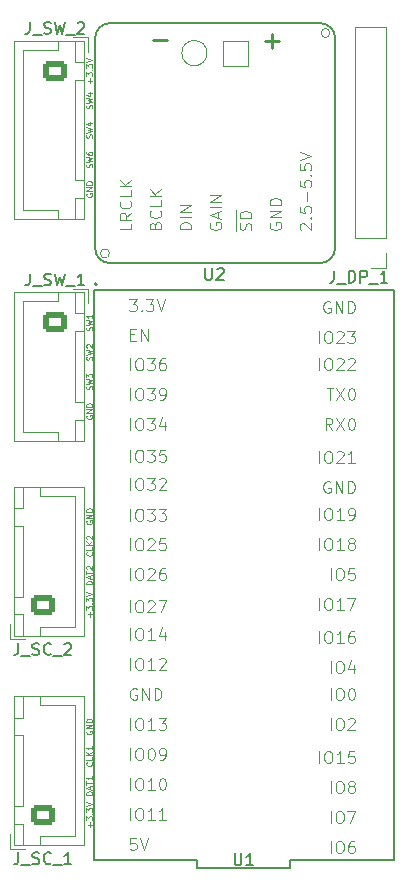
<source format=gto>
%TF.GenerationSoftware,KiCad,Pcbnew,8.0.1*%
%TF.CreationDate,2024-04-28T12:43:27+02:00*%
%TF.ProjectId,MainControllerNodeMCU-32S,4d61696e-436f-46e7-9472-6f6c6c65724e,rev?*%
%TF.SameCoordinates,Original*%
%TF.FileFunction,Legend,Top*%
%TF.FilePolarity,Positive*%
%FSLAX46Y46*%
G04 Gerber Fmt 4.6, Leading zero omitted, Abs format (unit mm)*
G04 Created by KiCad (PCBNEW 8.0.1) date 2024-04-28 12:43:27*
%MOMM*%
%LPD*%
G01*
G04 APERTURE LIST*
G04 Aperture macros list*
%AMRoundRect*
0 Rectangle with rounded corners*
0 $1 Rounding radius*
0 $2 $3 $4 $5 $6 $7 $8 $9 X,Y pos of 4 corners*
0 Add a 4 corners polygon primitive as box body*
4,1,4,$2,$3,$4,$5,$6,$7,$8,$9,$2,$3,0*
0 Add four circle primitives for the rounded corners*
1,1,$1+$1,$2,$3*
1,1,$1+$1,$4,$5*
1,1,$1+$1,$6,$7*
1,1,$1+$1,$8,$9*
0 Add four rect primitives between the rounded corners*
20,1,$1+$1,$2,$3,$4,$5,0*
20,1,$1+$1,$4,$5,$6,$7,0*
20,1,$1+$1,$6,$7,$8,$9,0*
20,1,$1+$1,$8,$9,$2,$3,0*%
G04 Aperture macros list end*
%ADD10C,0.100000*%
%ADD11C,0.200000*%
%ADD12C,0.266700*%
%ADD13C,0.120000*%
%ADD14C,0.203200*%
%ADD15C,0.127000*%
%ADD16RoundRect,0.250000X-0.725000X0.600000X-0.725000X-0.600000X0.725000X-0.600000X0.725000X0.600000X0*%
%ADD17O,1.950000X1.700000*%
%ADD18C,3.200000*%
%ADD19R,1.700000X1.700000*%
%ADD20O,1.700000X1.700000*%
%ADD21C,2.082800*%
%ADD22RoundRect,0.250000X0.725000X-0.600000X0.725000X0.600000X-0.725000X0.600000X-0.725000X-0.600000X0*%
%ADD23C,1.728000*%
G04 APERTURE END LIST*
D10*
X146182433Y-71603799D02*
X146182433Y-71222847D01*
X146372909Y-71413323D02*
X145991957Y-71413323D01*
X145872909Y-71032370D02*
X145872909Y-70722846D01*
X145872909Y-70722846D02*
X146063385Y-70889513D01*
X146063385Y-70889513D02*
X146063385Y-70818084D01*
X146063385Y-70818084D02*
X146087195Y-70770465D01*
X146087195Y-70770465D02*
X146111004Y-70746656D01*
X146111004Y-70746656D02*
X146158623Y-70722846D01*
X146158623Y-70722846D02*
X146277671Y-70722846D01*
X146277671Y-70722846D02*
X146325290Y-70746656D01*
X146325290Y-70746656D02*
X146349100Y-70770465D01*
X146349100Y-70770465D02*
X146372909Y-70818084D01*
X146372909Y-70818084D02*
X146372909Y-70960941D01*
X146372909Y-70960941D02*
X146349100Y-71008560D01*
X146349100Y-71008560D02*
X146325290Y-71032370D01*
X146325290Y-70508561D02*
X146349100Y-70484751D01*
X146349100Y-70484751D02*
X146372909Y-70508561D01*
X146372909Y-70508561D02*
X146349100Y-70532370D01*
X146349100Y-70532370D02*
X146325290Y-70508561D01*
X146325290Y-70508561D02*
X146372909Y-70508561D01*
X145872909Y-70318085D02*
X145872909Y-70008561D01*
X145872909Y-70008561D02*
X146063385Y-70175228D01*
X146063385Y-70175228D02*
X146063385Y-70103799D01*
X146063385Y-70103799D02*
X146087195Y-70056180D01*
X146087195Y-70056180D02*
X146111004Y-70032371D01*
X146111004Y-70032371D02*
X146158623Y-70008561D01*
X146158623Y-70008561D02*
X146277671Y-70008561D01*
X146277671Y-70008561D02*
X146325290Y-70032371D01*
X146325290Y-70032371D02*
X146349100Y-70056180D01*
X146349100Y-70056180D02*
X146372909Y-70103799D01*
X146372909Y-70103799D02*
X146372909Y-70246656D01*
X146372909Y-70246656D02*
X146349100Y-70294275D01*
X146349100Y-70294275D02*
X146325290Y-70318085D01*
X145872909Y-69865704D02*
X146372909Y-69699038D01*
X146372909Y-69699038D02*
X145872909Y-69532371D01*
X146349100Y-97570465D02*
X146372909Y-97499037D01*
X146372909Y-97499037D02*
X146372909Y-97379989D01*
X146372909Y-97379989D02*
X146349100Y-97332370D01*
X146349100Y-97332370D02*
X146325290Y-97308561D01*
X146325290Y-97308561D02*
X146277671Y-97284751D01*
X146277671Y-97284751D02*
X146230052Y-97284751D01*
X146230052Y-97284751D02*
X146182433Y-97308561D01*
X146182433Y-97308561D02*
X146158623Y-97332370D01*
X146158623Y-97332370D02*
X146134814Y-97379989D01*
X146134814Y-97379989D02*
X146111004Y-97475227D01*
X146111004Y-97475227D02*
X146087195Y-97522846D01*
X146087195Y-97522846D02*
X146063385Y-97546656D01*
X146063385Y-97546656D02*
X146015766Y-97570465D01*
X146015766Y-97570465D02*
X145968147Y-97570465D01*
X145968147Y-97570465D02*
X145920528Y-97546656D01*
X145920528Y-97546656D02*
X145896719Y-97522846D01*
X145896719Y-97522846D02*
X145872909Y-97475227D01*
X145872909Y-97475227D02*
X145872909Y-97356180D01*
X145872909Y-97356180D02*
X145896719Y-97284751D01*
X145872909Y-97118085D02*
X146372909Y-96999037D01*
X146372909Y-96999037D02*
X146015766Y-96903799D01*
X146015766Y-96903799D02*
X146372909Y-96808561D01*
X146372909Y-96808561D02*
X145872909Y-96689514D01*
X145872909Y-96546656D02*
X145872909Y-96237132D01*
X145872909Y-96237132D02*
X146063385Y-96403799D01*
X146063385Y-96403799D02*
X146063385Y-96332370D01*
X146063385Y-96332370D02*
X146087195Y-96284751D01*
X146087195Y-96284751D02*
X146111004Y-96260942D01*
X146111004Y-96260942D02*
X146158623Y-96237132D01*
X146158623Y-96237132D02*
X146277671Y-96237132D01*
X146277671Y-96237132D02*
X146325290Y-96260942D01*
X146325290Y-96260942D02*
X146349100Y-96284751D01*
X146349100Y-96284751D02*
X146372909Y-96332370D01*
X146372909Y-96332370D02*
X146372909Y-96475227D01*
X146372909Y-96475227D02*
X146349100Y-96522846D01*
X146349100Y-96522846D02*
X146325290Y-96546656D01*
X146325290Y-129139514D02*
X146349100Y-129163323D01*
X146349100Y-129163323D02*
X146372909Y-129234752D01*
X146372909Y-129234752D02*
X146372909Y-129282371D01*
X146372909Y-129282371D02*
X146349100Y-129353799D01*
X146349100Y-129353799D02*
X146301480Y-129401418D01*
X146301480Y-129401418D02*
X146253861Y-129425228D01*
X146253861Y-129425228D02*
X146158623Y-129449037D01*
X146158623Y-129449037D02*
X146087195Y-129449037D01*
X146087195Y-129449037D02*
X145991957Y-129425228D01*
X145991957Y-129425228D02*
X145944338Y-129401418D01*
X145944338Y-129401418D02*
X145896719Y-129353799D01*
X145896719Y-129353799D02*
X145872909Y-129282371D01*
X145872909Y-129282371D02*
X145872909Y-129234752D01*
X145872909Y-129234752D02*
X145896719Y-129163323D01*
X145896719Y-129163323D02*
X145920528Y-129139514D01*
X146372909Y-128687133D02*
X146372909Y-128925228D01*
X146372909Y-128925228D02*
X145872909Y-128925228D01*
X146372909Y-128520466D02*
X145872909Y-128520466D01*
X146372909Y-128234752D02*
X146087195Y-128449037D01*
X145872909Y-128234752D02*
X146158623Y-128520466D01*
X146372909Y-127758561D02*
X146372909Y-128044275D01*
X146372909Y-127901418D02*
X145872909Y-127901418D01*
X145872909Y-127901418D02*
X145944338Y-127949037D01*
X145944338Y-127949037D02*
X145991957Y-127996656D01*
X145991957Y-127996656D02*
X146015766Y-128044275D01*
X146349100Y-95070465D02*
X146372909Y-94999037D01*
X146372909Y-94999037D02*
X146372909Y-94879989D01*
X146372909Y-94879989D02*
X146349100Y-94832370D01*
X146349100Y-94832370D02*
X146325290Y-94808561D01*
X146325290Y-94808561D02*
X146277671Y-94784751D01*
X146277671Y-94784751D02*
X146230052Y-94784751D01*
X146230052Y-94784751D02*
X146182433Y-94808561D01*
X146182433Y-94808561D02*
X146158623Y-94832370D01*
X146158623Y-94832370D02*
X146134814Y-94879989D01*
X146134814Y-94879989D02*
X146111004Y-94975227D01*
X146111004Y-94975227D02*
X146087195Y-95022846D01*
X146087195Y-95022846D02*
X146063385Y-95046656D01*
X146063385Y-95046656D02*
X146015766Y-95070465D01*
X146015766Y-95070465D02*
X145968147Y-95070465D01*
X145968147Y-95070465D02*
X145920528Y-95046656D01*
X145920528Y-95046656D02*
X145896719Y-95022846D01*
X145896719Y-95022846D02*
X145872909Y-94975227D01*
X145872909Y-94975227D02*
X145872909Y-94856180D01*
X145872909Y-94856180D02*
X145896719Y-94784751D01*
X145872909Y-94618085D02*
X146372909Y-94499037D01*
X146372909Y-94499037D02*
X146015766Y-94403799D01*
X146015766Y-94403799D02*
X146372909Y-94308561D01*
X146372909Y-94308561D02*
X145872909Y-94189514D01*
X145920528Y-94022846D02*
X145896719Y-93999037D01*
X145896719Y-93999037D02*
X145872909Y-93951418D01*
X145872909Y-93951418D02*
X145872909Y-93832370D01*
X145872909Y-93832370D02*
X145896719Y-93784751D01*
X145896719Y-93784751D02*
X145920528Y-93760942D01*
X145920528Y-93760942D02*
X145968147Y-93737132D01*
X145968147Y-93737132D02*
X146015766Y-93737132D01*
X146015766Y-93737132D02*
X146087195Y-93760942D01*
X146087195Y-93760942D02*
X146372909Y-94046656D01*
X146372909Y-94046656D02*
X146372909Y-93737132D01*
X146349100Y-92570465D02*
X146372909Y-92499037D01*
X146372909Y-92499037D02*
X146372909Y-92379989D01*
X146372909Y-92379989D02*
X146349100Y-92332370D01*
X146349100Y-92332370D02*
X146325290Y-92308561D01*
X146325290Y-92308561D02*
X146277671Y-92284751D01*
X146277671Y-92284751D02*
X146230052Y-92284751D01*
X146230052Y-92284751D02*
X146182433Y-92308561D01*
X146182433Y-92308561D02*
X146158623Y-92332370D01*
X146158623Y-92332370D02*
X146134814Y-92379989D01*
X146134814Y-92379989D02*
X146111004Y-92475227D01*
X146111004Y-92475227D02*
X146087195Y-92522846D01*
X146087195Y-92522846D02*
X146063385Y-92546656D01*
X146063385Y-92546656D02*
X146015766Y-92570465D01*
X146015766Y-92570465D02*
X145968147Y-92570465D01*
X145968147Y-92570465D02*
X145920528Y-92546656D01*
X145920528Y-92546656D02*
X145896719Y-92522846D01*
X145896719Y-92522846D02*
X145872909Y-92475227D01*
X145872909Y-92475227D02*
X145872909Y-92356180D01*
X145872909Y-92356180D02*
X145896719Y-92284751D01*
X145872909Y-92118085D02*
X146372909Y-91999037D01*
X146372909Y-91999037D02*
X146015766Y-91903799D01*
X146015766Y-91903799D02*
X146372909Y-91808561D01*
X146372909Y-91808561D02*
X145872909Y-91689514D01*
X146372909Y-91237132D02*
X146372909Y-91522846D01*
X146372909Y-91379989D02*
X145872909Y-91379989D01*
X145872909Y-91379989D02*
X145944338Y-91427608D01*
X145944338Y-91427608D02*
X145991957Y-91475227D01*
X145991957Y-91475227D02*
X146015766Y-91522846D01*
X146325290Y-111339514D02*
X146349100Y-111363323D01*
X146349100Y-111363323D02*
X146372909Y-111434752D01*
X146372909Y-111434752D02*
X146372909Y-111482371D01*
X146372909Y-111482371D02*
X146349100Y-111553799D01*
X146349100Y-111553799D02*
X146301480Y-111601418D01*
X146301480Y-111601418D02*
X146253861Y-111625228D01*
X146253861Y-111625228D02*
X146158623Y-111649037D01*
X146158623Y-111649037D02*
X146087195Y-111649037D01*
X146087195Y-111649037D02*
X145991957Y-111625228D01*
X145991957Y-111625228D02*
X145944338Y-111601418D01*
X145944338Y-111601418D02*
X145896719Y-111553799D01*
X145896719Y-111553799D02*
X145872909Y-111482371D01*
X145872909Y-111482371D02*
X145872909Y-111434752D01*
X145872909Y-111434752D02*
X145896719Y-111363323D01*
X145896719Y-111363323D02*
X145920528Y-111339514D01*
X146372909Y-110887133D02*
X146372909Y-111125228D01*
X146372909Y-111125228D02*
X145872909Y-111125228D01*
X146372909Y-110720466D02*
X145872909Y-110720466D01*
X146372909Y-110434752D02*
X146087195Y-110649037D01*
X145872909Y-110434752D02*
X146158623Y-110720466D01*
X145920528Y-110244275D02*
X145896719Y-110220466D01*
X145896719Y-110220466D02*
X145872909Y-110172847D01*
X145872909Y-110172847D02*
X145872909Y-110053799D01*
X145872909Y-110053799D02*
X145896719Y-110006180D01*
X145896719Y-110006180D02*
X145920528Y-109982371D01*
X145920528Y-109982371D02*
X145968147Y-109958561D01*
X145968147Y-109958561D02*
X146015766Y-109958561D01*
X146015766Y-109958561D02*
X146087195Y-109982371D01*
X146087195Y-109982371D02*
X146372909Y-110268085D01*
X146372909Y-110268085D02*
X146372909Y-109958561D01*
X146372909Y-114077608D02*
X145872909Y-114077608D01*
X145872909Y-114077608D02*
X145872909Y-113958560D01*
X145872909Y-113958560D02*
X145896719Y-113887132D01*
X145896719Y-113887132D02*
X145944338Y-113839513D01*
X145944338Y-113839513D02*
X145991957Y-113815703D01*
X145991957Y-113815703D02*
X146087195Y-113791894D01*
X146087195Y-113791894D02*
X146158623Y-113791894D01*
X146158623Y-113791894D02*
X146253861Y-113815703D01*
X146253861Y-113815703D02*
X146301480Y-113839513D01*
X146301480Y-113839513D02*
X146349100Y-113887132D01*
X146349100Y-113887132D02*
X146372909Y-113958560D01*
X146372909Y-113958560D02*
X146372909Y-114077608D01*
X146230052Y-113601417D02*
X146230052Y-113363322D01*
X146372909Y-113649036D02*
X145872909Y-113482370D01*
X145872909Y-113482370D02*
X146372909Y-113315703D01*
X145872909Y-113220465D02*
X145872909Y-112934751D01*
X146372909Y-113077608D02*
X145872909Y-113077608D01*
X145920528Y-112791894D02*
X145896719Y-112768085D01*
X145896719Y-112768085D02*
X145872909Y-112720466D01*
X145872909Y-112720466D02*
X145872909Y-112601418D01*
X145872909Y-112601418D02*
X145896719Y-112553799D01*
X145896719Y-112553799D02*
X145920528Y-112529990D01*
X145920528Y-112529990D02*
X145968147Y-112506180D01*
X145968147Y-112506180D02*
X146015766Y-112506180D01*
X146015766Y-112506180D02*
X146087195Y-112529990D01*
X146087195Y-112529990D02*
X146372909Y-112815704D01*
X146372909Y-112815704D02*
X146372909Y-112506180D01*
X145896719Y-126484752D02*
X145872909Y-126532371D01*
X145872909Y-126532371D02*
X145872909Y-126603800D01*
X145872909Y-126603800D02*
X145896719Y-126675228D01*
X145896719Y-126675228D02*
X145944338Y-126722847D01*
X145944338Y-126722847D02*
X145991957Y-126746657D01*
X145991957Y-126746657D02*
X146087195Y-126770466D01*
X146087195Y-126770466D02*
X146158623Y-126770466D01*
X146158623Y-126770466D02*
X146253861Y-126746657D01*
X146253861Y-126746657D02*
X146301480Y-126722847D01*
X146301480Y-126722847D02*
X146349100Y-126675228D01*
X146349100Y-126675228D02*
X146372909Y-126603800D01*
X146372909Y-126603800D02*
X146372909Y-126556181D01*
X146372909Y-126556181D02*
X146349100Y-126484752D01*
X146349100Y-126484752D02*
X146325290Y-126460943D01*
X146325290Y-126460943D02*
X146158623Y-126460943D01*
X146158623Y-126460943D02*
X146158623Y-126556181D01*
X146372909Y-126246657D02*
X145872909Y-126246657D01*
X145872909Y-126246657D02*
X146372909Y-125960943D01*
X146372909Y-125960943D02*
X145872909Y-125960943D01*
X146372909Y-125722847D02*
X145872909Y-125722847D01*
X145872909Y-125722847D02*
X145872909Y-125603799D01*
X145872909Y-125603799D02*
X145896719Y-125532371D01*
X145896719Y-125532371D02*
X145944338Y-125484752D01*
X145944338Y-125484752D02*
X145991957Y-125460942D01*
X145991957Y-125460942D02*
X146087195Y-125437133D01*
X146087195Y-125437133D02*
X146158623Y-125437133D01*
X146158623Y-125437133D02*
X146253861Y-125460942D01*
X146253861Y-125460942D02*
X146301480Y-125484752D01*
X146301480Y-125484752D02*
X146349100Y-125532371D01*
X146349100Y-125532371D02*
X146372909Y-125603799D01*
X146372909Y-125603799D02*
X146372909Y-125722847D01*
X146349100Y-73770465D02*
X146372909Y-73699037D01*
X146372909Y-73699037D02*
X146372909Y-73579989D01*
X146372909Y-73579989D02*
X146349100Y-73532370D01*
X146349100Y-73532370D02*
X146325290Y-73508561D01*
X146325290Y-73508561D02*
X146277671Y-73484751D01*
X146277671Y-73484751D02*
X146230052Y-73484751D01*
X146230052Y-73484751D02*
X146182433Y-73508561D01*
X146182433Y-73508561D02*
X146158623Y-73532370D01*
X146158623Y-73532370D02*
X146134814Y-73579989D01*
X146134814Y-73579989D02*
X146111004Y-73675227D01*
X146111004Y-73675227D02*
X146087195Y-73722846D01*
X146087195Y-73722846D02*
X146063385Y-73746656D01*
X146063385Y-73746656D02*
X146015766Y-73770465D01*
X146015766Y-73770465D02*
X145968147Y-73770465D01*
X145968147Y-73770465D02*
X145920528Y-73746656D01*
X145920528Y-73746656D02*
X145896719Y-73722846D01*
X145896719Y-73722846D02*
X145872909Y-73675227D01*
X145872909Y-73675227D02*
X145872909Y-73556180D01*
X145872909Y-73556180D02*
X145896719Y-73484751D01*
X145872909Y-73318085D02*
X146372909Y-73199037D01*
X146372909Y-73199037D02*
X146015766Y-73103799D01*
X146015766Y-73103799D02*
X146372909Y-73008561D01*
X146372909Y-73008561D02*
X145872909Y-72889514D01*
X146039576Y-72484751D02*
X146372909Y-72484751D01*
X145849100Y-72603799D02*
X146206242Y-72722846D01*
X146206242Y-72722846D02*
X146206242Y-72413323D01*
X145896719Y-108684752D02*
X145872909Y-108732371D01*
X145872909Y-108732371D02*
X145872909Y-108803800D01*
X145872909Y-108803800D02*
X145896719Y-108875228D01*
X145896719Y-108875228D02*
X145944338Y-108922847D01*
X145944338Y-108922847D02*
X145991957Y-108946657D01*
X145991957Y-108946657D02*
X146087195Y-108970466D01*
X146087195Y-108970466D02*
X146158623Y-108970466D01*
X146158623Y-108970466D02*
X146253861Y-108946657D01*
X146253861Y-108946657D02*
X146301480Y-108922847D01*
X146301480Y-108922847D02*
X146349100Y-108875228D01*
X146349100Y-108875228D02*
X146372909Y-108803800D01*
X146372909Y-108803800D02*
X146372909Y-108756181D01*
X146372909Y-108756181D02*
X146349100Y-108684752D01*
X146349100Y-108684752D02*
X146325290Y-108660943D01*
X146325290Y-108660943D02*
X146158623Y-108660943D01*
X146158623Y-108660943D02*
X146158623Y-108756181D01*
X146372909Y-108446657D02*
X145872909Y-108446657D01*
X145872909Y-108446657D02*
X146372909Y-108160943D01*
X146372909Y-108160943D02*
X145872909Y-108160943D01*
X146372909Y-107922847D02*
X145872909Y-107922847D01*
X145872909Y-107922847D02*
X145872909Y-107803799D01*
X145872909Y-107803799D02*
X145896719Y-107732371D01*
X145896719Y-107732371D02*
X145944338Y-107684752D01*
X145944338Y-107684752D02*
X145991957Y-107660942D01*
X145991957Y-107660942D02*
X146087195Y-107637133D01*
X146087195Y-107637133D02*
X146158623Y-107637133D01*
X146158623Y-107637133D02*
X146253861Y-107660942D01*
X146253861Y-107660942D02*
X146301480Y-107684752D01*
X146301480Y-107684752D02*
X146349100Y-107732371D01*
X146349100Y-107732371D02*
X146372909Y-107803799D01*
X146372909Y-107803799D02*
X146372909Y-107922847D01*
X146182433Y-134603799D02*
X146182433Y-134222847D01*
X146372909Y-134413323D02*
X145991957Y-134413323D01*
X145872909Y-134032370D02*
X145872909Y-133722846D01*
X145872909Y-133722846D02*
X146063385Y-133889513D01*
X146063385Y-133889513D02*
X146063385Y-133818084D01*
X146063385Y-133818084D02*
X146087195Y-133770465D01*
X146087195Y-133770465D02*
X146111004Y-133746656D01*
X146111004Y-133746656D02*
X146158623Y-133722846D01*
X146158623Y-133722846D02*
X146277671Y-133722846D01*
X146277671Y-133722846D02*
X146325290Y-133746656D01*
X146325290Y-133746656D02*
X146349100Y-133770465D01*
X146349100Y-133770465D02*
X146372909Y-133818084D01*
X146372909Y-133818084D02*
X146372909Y-133960941D01*
X146372909Y-133960941D02*
X146349100Y-134008560D01*
X146349100Y-134008560D02*
X146325290Y-134032370D01*
X146325290Y-133508561D02*
X146349100Y-133484751D01*
X146349100Y-133484751D02*
X146372909Y-133508561D01*
X146372909Y-133508561D02*
X146349100Y-133532370D01*
X146349100Y-133532370D02*
X146325290Y-133508561D01*
X146325290Y-133508561D02*
X146372909Y-133508561D01*
X145872909Y-133318085D02*
X145872909Y-133008561D01*
X145872909Y-133008561D02*
X146063385Y-133175228D01*
X146063385Y-133175228D02*
X146063385Y-133103799D01*
X146063385Y-133103799D02*
X146087195Y-133056180D01*
X146087195Y-133056180D02*
X146111004Y-133032371D01*
X146111004Y-133032371D02*
X146158623Y-133008561D01*
X146158623Y-133008561D02*
X146277671Y-133008561D01*
X146277671Y-133008561D02*
X146325290Y-133032371D01*
X146325290Y-133032371D02*
X146349100Y-133056180D01*
X146349100Y-133056180D02*
X146372909Y-133103799D01*
X146372909Y-133103799D02*
X146372909Y-133246656D01*
X146372909Y-133246656D02*
X146349100Y-133294275D01*
X146349100Y-133294275D02*
X146325290Y-133318085D01*
X145872909Y-132865704D02*
X146372909Y-132699038D01*
X146372909Y-132699038D02*
X145872909Y-132532371D01*
X145896719Y-80984752D02*
X145872909Y-81032371D01*
X145872909Y-81032371D02*
X145872909Y-81103800D01*
X145872909Y-81103800D02*
X145896719Y-81175228D01*
X145896719Y-81175228D02*
X145944338Y-81222847D01*
X145944338Y-81222847D02*
X145991957Y-81246657D01*
X145991957Y-81246657D02*
X146087195Y-81270466D01*
X146087195Y-81270466D02*
X146158623Y-81270466D01*
X146158623Y-81270466D02*
X146253861Y-81246657D01*
X146253861Y-81246657D02*
X146301480Y-81222847D01*
X146301480Y-81222847D02*
X146349100Y-81175228D01*
X146349100Y-81175228D02*
X146372909Y-81103800D01*
X146372909Y-81103800D02*
X146372909Y-81056181D01*
X146372909Y-81056181D02*
X146349100Y-80984752D01*
X146349100Y-80984752D02*
X146325290Y-80960943D01*
X146325290Y-80960943D02*
X146158623Y-80960943D01*
X146158623Y-80960943D02*
X146158623Y-81056181D01*
X146372909Y-80746657D02*
X145872909Y-80746657D01*
X145872909Y-80746657D02*
X146372909Y-80460943D01*
X146372909Y-80460943D02*
X145872909Y-80460943D01*
X146372909Y-80222847D02*
X145872909Y-80222847D01*
X145872909Y-80222847D02*
X145872909Y-80103799D01*
X145872909Y-80103799D02*
X145896719Y-80032371D01*
X145896719Y-80032371D02*
X145944338Y-79984752D01*
X145944338Y-79984752D02*
X145991957Y-79960942D01*
X145991957Y-79960942D02*
X146087195Y-79937133D01*
X146087195Y-79937133D02*
X146158623Y-79937133D01*
X146158623Y-79937133D02*
X146253861Y-79960942D01*
X146253861Y-79960942D02*
X146301480Y-79984752D01*
X146301480Y-79984752D02*
X146349100Y-80032371D01*
X146349100Y-80032371D02*
X146372909Y-80103799D01*
X146372909Y-80103799D02*
X146372909Y-80222847D01*
X145896719Y-99784752D02*
X145872909Y-99832371D01*
X145872909Y-99832371D02*
X145872909Y-99903800D01*
X145872909Y-99903800D02*
X145896719Y-99975228D01*
X145896719Y-99975228D02*
X145944338Y-100022847D01*
X145944338Y-100022847D02*
X145991957Y-100046657D01*
X145991957Y-100046657D02*
X146087195Y-100070466D01*
X146087195Y-100070466D02*
X146158623Y-100070466D01*
X146158623Y-100070466D02*
X146253861Y-100046657D01*
X146253861Y-100046657D02*
X146301480Y-100022847D01*
X146301480Y-100022847D02*
X146349100Y-99975228D01*
X146349100Y-99975228D02*
X146372909Y-99903800D01*
X146372909Y-99903800D02*
X146372909Y-99856181D01*
X146372909Y-99856181D02*
X146349100Y-99784752D01*
X146349100Y-99784752D02*
X146325290Y-99760943D01*
X146325290Y-99760943D02*
X146158623Y-99760943D01*
X146158623Y-99760943D02*
X146158623Y-99856181D01*
X146372909Y-99546657D02*
X145872909Y-99546657D01*
X145872909Y-99546657D02*
X146372909Y-99260943D01*
X146372909Y-99260943D02*
X145872909Y-99260943D01*
X146372909Y-99022847D02*
X145872909Y-99022847D01*
X145872909Y-99022847D02*
X145872909Y-98903799D01*
X145872909Y-98903799D02*
X145896719Y-98832371D01*
X145896719Y-98832371D02*
X145944338Y-98784752D01*
X145944338Y-98784752D02*
X145991957Y-98760942D01*
X145991957Y-98760942D02*
X146087195Y-98737133D01*
X146087195Y-98737133D02*
X146158623Y-98737133D01*
X146158623Y-98737133D02*
X146253861Y-98760942D01*
X146253861Y-98760942D02*
X146301480Y-98784752D01*
X146301480Y-98784752D02*
X146349100Y-98832371D01*
X146349100Y-98832371D02*
X146372909Y-98903799D01*
X146372909Y-98903799D02*
X146372909Y-99022847D01*
X146349100Y-76270465D02*
X146372909Y-76199037D01*
X146372909Y-76199037D02*
X146372909Y-76079989D01*
X146372909Y-76079989D02*
X146349100Y-76032370D01*
X146349100Y-76032370D02*
X146325290Y-76008561D01*
X146325290Y-76008561D02*
X146277671Y-75984751D01*
X146277671Y-75984751D02*
X146230052Y-75984751D01*
X146230052Y-75984751D02*
X146182433Y-76008561D01*
X146182433Y-76008561D02*
X146158623Y-76032370D01*
X146158623Y-76032370D02*
X146134814Y-76079989D01*
X146134814Y-76079989D02*
X146111004Y-76175227D01*
X146111004Y-76175227D02*
X146087195Y-76222846D01*
X146087195Y-76222846D02*
X146063385Y-76246656D01*
X146063385Y-76246656D02*
X146015766Y-76270465D01*
X146015766Y-76270465D02*
X145968147Y-76270465D01*
X145968147Y-76270465D02*
X145920528Y-76246656D01*
X145920528Y-76246656D02*
X145896719Y-76222846D01*
X145896719Y-76222846D02*
X145872909Y-76175227D01*
X145872909Y-76175227D02*
X145872909Y-76056180D01*
X145872909Y-76056180D02*
X145896719Y-75984751D01*
X145872909Y-75818085D02*
X146372909Y-75699037D01*
X146372909Y-75699037D02*
X146015766Y-75603799D01*
X146015766Y-75603799D02*
X146372909Y-75508561D01*
X146372909Y-75508561D02*
X145872909Y-75389514D01*
X146039576Y-74984751D02*
X146372909Y-74984751D01*
X145849100Y-75103799D02*
X146206242Y-75222846D01*
X146206242Y-75222846D02*
X146206242Y-74913323D01*
X146349100Y-78770465D02*
X146372909Y-78699037D01*
X146372909Y-78699037D02*
X146372909Y-78579989D01*
X146372909Y-78579989D02*
X146349100Y-78532370D01*
X146349100Y-78532370D02*
X146325290Y-78508561D01*
X146325290Y-78508561D02*
X146277671Y-78484751D01*
X146277671Y-78484751D02*
X146230052Y-78484751D01*
X146230052Y-78484751D02*
X146182433Y-78508561D01*
X146182433Y-78508561D02*
X146158623Y-78532370D01*
X146158623Y-78532370D02*
X146134814Y-78579989D01*
X146134814Y-78579989D02*
X146111004Y-78675227D01*
X146111004Y-78675227D02*
X146087195Y-78722846D01*
X146087195Y-78722846D02*
X146063385Y-78746656D01*
X146063385Y-78746656D02*
X146015766Y-78770465D01*
X146015766Y-78770465D02*
X145968147Y-78770465D01*
X145968147Y-78770465D02*
X145920528Y-78746656D01*
X145920528Y-78746656D02*
X145896719Y-78722846D01*
X145896719Y-78722846D02*
X145872909Y-78675227D01*
X145872909Y-78675227D02*
X145872909Y-78556180D01*
X145872909Y-78556180D02*
X145896719Y-78484751D01*
X145872909Y-78318085D02*
X146372909Y-78199037D01*
X146372909Y-78199037D02*
X146015766Y-78103799D01*
X146015766Y-78103799D02*
X146372909Y-78008561D01*
X146372909Y-78008561D02*
X145872909Y-77889514D01*
X145872909Y-77484751D02*
X145872909Y-77579989D01*
X145872909Y-77579989D02*
X145896719Y-77627608D01*
X145896719Y-77627608D02*
X145920528Y-77651418D01*
X145920528Y-77651418D02*
X145991957Y-77699037D01*
X145991957Y-77699037D02*
X146087195Y-77722846D01*
X146087195Y-77722846D02*
X146277671Y-77722846D01*
X146277671Y-77722846D02*
X146325290Y-77699037D01*
X146325290Y-77699037D02*
X146349100Y-77675227D01*
X146349100Y-77675227D02*
X146372909Y-77627608D01*
X146372909Y-77627608D02*
X146372909Y-77532370D01*
X146372909Y-77532370D02*
X146349100Y-77484751D01*
X146349100Y-77484751D02*
X146325290Y-77460942D01*
X146325290Y-77460942D02*
X146277671Y-77437132D01*
X146277671Y-77437132D02*
X146158623Y-77437132D01*
X146158623Y-77437132D02*
X146111004Y-77460942D01*
X146111004Y-77460942D02*
X146087195Y-77484751D01*
X146087195Y-77484751D02*
X146063385Y-77532370D01*
X146063385Y-77532370D02*
X146063385Y-77627608D01*
X146063385Y-77627608D02*
X146087195Y-77675227D01*
X146087195Y-77675227D02*
X146111004Y-77699037D01*
X146111004Y-77699037D02*
X146158623Y-77722846D01*
X146372909Y-131877608D02*
X145872909Y-131877608D01*
X145872909Y-131877608D02*
X145872909Y-131758560D01*
X145872909Y-131758560D02*
X145896719Y-131687132D01*
X145896719Y-131687132D02*
X145944338Y-131639513D01*
X145944338Y-131639513D02*
X145991957Y-131615703D01*
X145991957Y-131615703D02*
X146087195Y-131591894D01*
X146087195Y-131591894D02*
X146158623Y-131591894D01*
X146158623Y-131591894D02*
X146253861Y-131615703D01*
X146253861Y-131615703D02*
X146301480Y-131639513D01*
X146301480Y-131639513D02*
X146349100Y-131687132D01*
X146349100Y-131687132D02*
X146372909Y-131758560D01*
X146372909Y-131758560D02*
X146372909Y-131877608D01*
X146230052Y-131401417D02*
X146230052Y-131163322D01*
X146372909Y-131449036D02*
X145872909Y-131282370D01*
X145872909Y-131282370D02*
X146372909Y-131115703D01*
X145872909Y-131020465D02*
X145872909Y-130734751D01*
X146372909Y-130877608D02*
X145872909Y-130877608D01*
X146372909Y-130306180D02*
X146372909Y-130591894D01*
X146372909Y-130449037D02*
X145872909Y-130449037D01*
X145872909Y-130449037D02*
X145944338Y-130496656D01*
X145944338Y-130496656D02*
X145991957Y-130544275D01*
X145991957Y-130544275D02*
X146015766Y-130591894D01*
X146182433Y-116803799D02*
X146182433Y-116422847D01*
X146372909Y-116613323D02*
X145991957Y-116613323D01*
X145872909Y-116232370D02*
X145872909Y-115922846D01*
X145872909Y-115922846D02*
X146063385Y-116089513D01*
X146063385Y-116089513D02*
X146063385Y-116018084D01*
X146063385Y-116018084D02*
X146087195Y-115970465D01*
X146087195Y-115970465D02*
X146111004Y-115946656D01*
X146111004Y-115946656D02*
X146158623Y-115922846D01*
X146158623Y-115922846D02*
X146277671Y-115922846D01*
X146277671Y-115922846D02*
X146325290Y-115946656D01*
X146325290Y-115946656D02*
X146349100Y-115970465D01*
X146349100Y-115970465D02*
X146372909Y-116018084D01*
X146372909Y-116018084D02*
X146372909Y-116160941D01*
X146372909Y-116160941D02*
X146349100Y-116208560D01*
X146349100Y-116208560D02*
X146325290Y-116232370D01*
X146325290Y-115708561D02*
X146349100Y-115684751D01*
X146349100Y-115684751D02*
X146372909Y-115708561D01*
X146372909Y-115708561D02*
X146349100Y-115732370D01*
X146349100Y-115732370D02*
X146325290Y-115708561D01*
X146325290Y-115708561D02*
X146372909Y-115708561D01*
X145872909Y-115518085D02*
X145872909Y-115208561D01*
X145872909Y-115208561D02*
X146063385Y-115375228D01*
X146063385Y-115375228D02*
X146063385Y-115303799D01*
X146063385Y-115303799D02*
X146087195Y-115256180D01*
X146087195Y-115256180D02*
X146111004Y-115232371D01*
X146111004Y-115232371D02*
X146158623Y-115208561D01*
X146158623Y-115208561D02*
X146277671Y-115208561D01*
X146277671Y-115208561D02*
X146325290Y-115232371D01*
X146325290Y-115232371D02*
X146349100Y-115256180D01*
X146349100Y-115256180D02*
X146372909Y-115303799D01*
X146372909Y-115303799D02*
X146372909Y-115446656D01*
X146372909Y-115446656D02*
X146349100Y-115494275D01*
X146349100Y-115494275D02*
X146325290Y-115518085D01*
X145872909Y-115065704D02*
X146372909Y-114899038D01*
X146372909Y-114899038D02*
X145872909Y-114732371D01*
D11*
X141103942Y-87756019D02*
X141103942Y-88470304D01*
X141103942Y-88470304D02*
X141056323Y-88613161D01*
X141056323Y-88613161D02*
X140961085Y-88708400D01*
X140961085Y-88708400D02*
X140818228Y-88756019D01*
X140818228Y-88756019D02*
X140722990Y-88756019D01*
X141342038Y-88851257D02*
X142103942Y-88851257D01*
X142294419Y-88708400D02*
X142437276Y-88756019D01*
X142437276Y-88756019D02*
X142675371Y-88756019D01*
X142675371Y-88756019D02*
X142770609Y-88708400D01*
X142770609Y-88708400D02*
X142818228Y-88660780D01*
X142818228Y-88660780D02*
X142865847Y-88565542D01*
X142865847Y-88565542D02*
X142865847Y-88470304D01*
X142865847Y-88470304D02*
X142818228Y-88375066D01*
X142818228Y-88375066D02*
X142770609Y-88327447D01*
X142770609Y-88327447D02*
X142675371Y-88279828D01*
X142675371Y-88279828D02*
X142484895Y-88232209D01*
X142484895Y-88232209D02*
X142389657Y-88184590D01*
X142389657Y-88184590D02*
X142342038Y-88136971D01*
X142342038Y-88136971D02*
X142294419Y-88041733D01*
X142294419Y-88041733D02*
X142294419Y-87946495D01*
X142294419Y-87946495D02*
X142342038Y-87851257D01*
X142342038Y-87851257D02*
X142389657Y-87803638D01*
X142389657Y-87803638D02*
X142484895Y-87756019D01*
X142484895Y-87756019D02*
X142722990Y-87756019D01*
X142722990Y-87756019D02*
X142865847Y-87803638D01*
X143199181Y-87756019D02*
X143437276Y-88756019D01*
X143437276Y-88756019D02*
X143627752Y-88041733D01*
X143627752Y-88041733D02*
X143818228Y-88756019D01*
X143818228Y-88756019D02*
X144056324Y-87756019D01*
X144199181Y-88851257D02*
X144961085Y-88851257D01*
X145722990Y-88756019D02*
X145151562Y-88756019D01*
X145437276Y-88756019D02*
X145437276Y-87756019D01*
X145437276Y-87756019D02*
X145342038Y-87898876D01*
X145342038Y-87898876D02*
X145246800Y-87994114D01*
X145246800Y-87994114D02*
X145151562Y-88041733D01*
X166851561Y-87516819D02*
X166851561Y-88231104D01*
X166851561Y-88231104D02*
X166803942Y-88373961D01*
X166803942Y-88373961D02*
X166708704Y-88469200D01*
X166708704Y-88469200D02*
X166565847Y-88516819D01*
X166565847Y-88516819D02*
X166470609Y-88516819D01*
X167089657Y-88612057D02*
X167851561Y-88612057D01*
X168089657Y-88516819D02*
X168089657Y-87516819D01*
X168089657Y-87516819D02*
X168327752Y-87516819D01*
X168327752Y-87516819D02*
X168470609Y-87564438D01*
X168470609Y-87564438D02*
X168565847Y-87659676D01*
X168565847Y-87659676D02*
X168613466Y-87754914D01*
X168613466Y-87754914D02*
X168661085Y-87945390D01*
X168661085Y-87945390D02*
X168661085Y-88088247D01*
X168661085Y-88088247D02*
X168613466Y-88278723D01*
X168613466Y-88278723D02*
X168565847Y-88373961D01*
X168565847Y-88373961D02*
X168470609Y-88469200D01*
X168470609Y-88469200D02*
X168327752Y-88516819D01*
X168327752Y-88516819D02*
X168089657Y-88516819D01*
X169089657Y-88516819D02*
X169089657Y-87516819D01*
X169089657Y-87516819D02*
X169470609Y-87516819D01*
X169470609Y-87516819D02*
X169565847Y-87564438D01*
X169565847Y-87564438D02*
X169613466Y-87612057D01*
X169613466Y-87612057D02*
X169661085Y-87707295D01*
X169661085Y-87707295D02*
X169661085Y-87850152D01*
X169661085Y-87850152D02*
X169613466Y-87945390D01*
X169613466Y-87945390D02*
X169565847Y-87993009D01*
X169565847Y-87993009D02*
X169470609Y-88040628D01*
X169470609Y-88040628D02*
X169089657Y-88040628D01*
X169851562Y-88612057D02*
X170613466Y-88612057D01*
X171375371Y-88516819D02*
X170803943Y-88516819D01*
X171089657Y-88516819D02*
X171089657Y-87516819D01*
X171089657Y-87516819D02*
X170994419Y-87659676D01*
X170994419Y-87659676D02*
X170899181Y-87754914D01*
X170899181Y-87754914D02*
X170803943Y-87802533D01*
X155944895Y-87306019D02*
X155944895Y-88115542D01*
X155944895Y-88115542D02*
X155992514Y-88210780D01*
X155992514Y-88210780D02*
X156040133Y-88258400D01*
X156040133Y-88258400D02*
X156135371Y-88306019D01*
X156135371Y-88306019D02*
X156325847Y-88306019D01*
X156325847Y-88306019D02*
X156421085Y-88258400D01*
X156421085Y-88258400D02*
X156468704Y-88210780D01*
X156468704Y-88210780D02*
X156516323Y-88115542D01*
X156516323Y-88115542D02*
X156516323Y-87306019D01*
X156944895Y-87401257D02*
X156992514Y-87353638D01*
X156992514Y-87353638D02*
X157087752Y-87306019D01*
X157087752Y-87306019D02*
X157325847Y-87306019D01*
X157325847Y-87306019D02*
X157421085Y-87353638D01*
X157421085Y-87353638D02*
X157468704Y-87401257D01*
X157468704Y-87401257D02*
X157516323Y-87496495D01*
X157516323Y-87496495D02*
X157516323Y-87591733D01*
X157516323Y-87591733D02*
X157468704Y-87734590D01*
X157468704Y-87734590D02*
X156897276Y-88306019D01*
X156897276Y-88306019D02*
X157516323Y-88306019D01*
D10*
X159805200Y-84052134D02*
X159852819Y-83909277D01*
X159852819Y-83909277D02*
X159852819Y-83671182D01*
X159852819Y-83671182D02*
X159805200Y-83575944D01*
X159805200Y-83575944D02*
X159757580Y-83528325D01*
X159757580Y-83528325D02*
X159662342Y-83480706D01*
X159662342Y-83480706D02*
X159567104Y-83480706D01*
X159567104Y-83480706D02*
X159471866Y-83528325D01*
X159471866Y-83528325D02*
X159424247Y-83575944D01*
X159424247Y-83575944D02*
X159376628Y-83671182D01*
X159376628Y-83671182D02*
X159329009Y-83861658D01*
X159329009Y-83861658D02*
X159281390Y-83956896D01*
X159281390Y-83956896D02*
X159233771Y-84004515D01*
X159233771Y-84004515D02*
X159138533Y-84052134D01*
X159138533Y-84052134D02*
X159043295Y-84052134D01*
X159043295Y-84052134D02*
X158948057Y-84004515D01*
X158948057Y-84004515D02*
X158900438Y-83956896D01*
X158900438Y-83956896D02*
X158852819Y-83861658D01*
X158852819Y-83861658D02*
X158852819Y-83623563D01*
X158852819Y-83623563D02*
X158900438Y-83480706D01*
X159852819Y-83052134D02*
X158852819Y-83052134D01*
X158852819Y-83052134D02*
X158852819Y-82814039D01*
X158852819Y-82814039D02*
X158900438Y-82671182D01*
X158900438Y-82671182D02*
X158995676Y-82575944D01*
X158995676Y-82575944D02*
X159090914Y-82528325D01*
X159090914Y-82528325D02*
X159281390Y-82480706D01*
X159281390Y-82480706D02*
X159424247Y-82480706D01*
X159424247Y-82480706D02*
X159614723Y-82528325D01*
X159614723Y-82528325D02*
X159709961Y-82575944D01*
X159709961Y-82575944D02*
X159805200Y-82671182D01*
X159805200Y-82671182D02*
X159852819Y-82814039D01*
X159852819Y-82814039D02*
X159852819Y-83052134D01*
X158575200Y-84142611D02*
X158575200Y-82390230D01*
D12*
X161613954Y-68628132D02*
X161613954Y-67476666D01*
X162189687Y-68052399D02*
X161038221Y-68052399D01*
X152682132Y-67942845D02*
X151530666Y-67942845D01*
D10*
X154772819Y-84004515D02*
X153772819Y-84004515D01*
X153772819Y-84004515D02*
X153772819Y-83766420D01*
X153772819Y-83766420D02*
X153820438Y-83623563D01*
X153820438Y-83623563D02*
X153915676Y-83528325D01*
X153915676Y-83528325D02*
X154010914Y-83480706D01*
X154010914Y-83480706D02*
X154201390Y-83433087D01*
X154201390Y-83433087D02*
X154344247Y-83433087D01*
X154344247Y-83433087D02*
X154534723Y-83480706D01*
X154534723Y-83480706D02*
X154629961Y-83528325D01*
X154629961Y-83528325D02*
X154725200Y-83623563D01*
X154725200Y-83623563D02*
X154772819Y-83766420D01*
X154772819Y-83766420D02*
X154772819Y-84004515D01*
X154772819Y-83004515D02*
X153772819Y-83004515D01*
X154772819Y-82528325D02*
X153772819Y-82528325D01*
X153772819Y-82528325D02*
X154772819Y-81956897D01*
X154772819Y-81956897D02*
X153772819Y-81956897D01*
X156360438Y-83480706D02*
X156312819Y-83575944D01*
X156312819Y-83575944D02*
X156312819Y-83718801D01*
X156312819Y-83718801D02*
X156360438Y-83861658D01*
X156360438Y-83861658D02*
X156455676Y-83956896D01*
X156455676Y-83956896D02*
X156550914Y-84004515D01*
X156550914Y-84004515D02*
X156741390Y-84052134D01*
X156741390Y-84052134D02*
X156884247Y-84052134D01*
X156884247Y-84052134D02*
X157074723Y-84004515D01*
X157074723Y-84004515D02*
X157169961Y-83956896D01*
X157169961Y-83956896D02*
X157265200Y-83861658D01*
X157265200Y-83861658D02*
X157312819Y-83718801D01*
X157312819Y-83718801D02*
X157312819Y-83623563D01*
X157312819Y-83623563D02*
X157265200Y-83480706D01*
X157265200Y-83480706D02*
X157217580Y-83433087D01*
X157217580Y-83433087D02*
X156884247Y-83433087D01*
X156884247Y-83433087D02*
X156884247Y-83623563D01*
X157027104Y-83052134D02*
X157027104Y-82575944D01*
X157312819Y-83147372D02*
X156312819Y-82814039D01*
X156312819Y-82814039D02*
X157312819Y-82480706D01*
X157312819Y-82147372D02*
X156312819Y-82147372D01*
X157312819Y-81671182D02*
X156312819Y-81671182D01*
X156312819Y-81671182D02*
X157312819Y-81099754D01*
X157312819Y-81099754D02*
X156312819Y-81099754D01*
X164028057Y-84052134D02*
X163980438Y-84004515D01*
X163980438Y-84004515D02*
X163932819Y-83909277D01*
X163932819Y-83909277D02*
X163932819Y-83671182D01*
X163932819Y-83671182D02*
X163980438Y-83575944D01*
X163980438Y-83575944D02*
X164028057Y-83528325D01*
X164028057Y-83528325D02*
X164123295Y-83480706D01*
X164123295Y-83480706D02*
X164218533Y-83480706D01*
X164218533Y-83480706D02*
X164361390Y-83528325D01*
X164361390Y-83528325D02*
X164932819Y-84099753D01*
X164932819Y-84099753D02*
X164932819Y-83480706D01*
X164837580Y-83052134D02*
X164885200Y-83004515D01*
X164885200Y-83004515D02*
X164932819Y-83052134D01*
X164932819Y-83052134D02*
X164885200Y-83099753D01*
X164885200Y-83099753D02*
X164837580Y-83052134D01*
X164837580Y-83052134D02*
X164932819Y-83052134D01*
X163932819Y-82099754D02*
X163932819Y-82575944D01*
X163932819Y-82575944D02*
X164409009Y-82623563D01*
X164409009Y-82623563D02*
X164361390Y-82575944D01*
X164361390Y-82575944D02*
X164313771Y-82480706D01*
X164313771Y-82480706D02*
X164313771Y-82242611D01*
X164313771Y-82242611D02*
X164361390Y-82147373D01*
X164361390Y-82147373D02*
X164409009Y-82099754D01*
X164409009Y-82099754D02*
X164504247Y-82052135D01*
X164504247Y-82052135D02*
X164742342Y-82052135D01*
X164742342Y-82052135D02*
X164837580Y-82099754D01*
X164837580Y-82099754D02*
X164885200Y-82147373D01*
X164885200Y-82147373D02*
X164932819Y-82242611D01*
X164932819Y-82242611D02*
X164932819Y-82480706D01*
X164932819Y-82480706D02*
X164885200Y-82575944D01*
X164885200Y-82575944D02*
X164837580Y-82623563D01*
X164551866Y-81623563D02*
X164551866Y-80861659D01*
X163932819Y-79909278D02*
X163932819Y-80385468D01*
X163932819Y-80385468D02*
X164409009Y-80433087D01*
X164409009Y-80433087D02*
X164361390Y-80385468D01*
X164361390Y-80385468D02*
X164313771Y-80290230D01*
X164313771Y-80290230D02*
X164313771Y-80052135D01*
X164313771Y-80052135D02*
X164361390Y-79956897D01*
X164361390Y-79956897D02*
X164409009Y-79909278D01*
X164409009Y-79909278D02*
X164504247Y-79861659D01*
X164504247Y-79861659D02*
X164742342Y-79861659D01*
X164742342Y-79861659D02*
X164837580Y-79909278D01*
X164837580Y-79909278D02*
X164885200Y-79956897D01*
X164885200Y-79956897D02*
X164932819Y-80052135D01*
X164932819Y-80052135D02*
X164932819Y-80290230D01*
X164932819Y-80290230D02*
X164885200Y-80385468D01*
X164885200Y-80385468D02*
X164837580Y-80433087D01*
X164837580Y-79433087D02*
X164885200Y-79385468D01*
X164885200Y-79385468D02*
X164932819Y-79433087D01*
X164932819Y-79433087D02*
X164885200Y-79480706D01*
X164885200Y-79480706D02*
X164837580Y-79433087D01*
X164837580Y-79433087D02*
X164932819Y-79433087D01*
X163932819Y-78480707D02*
X163932819Y-78956897D01*
X163932819Y-78956897D02*
X164409009Y-79004516D01*
X164409009Y-79004516D02*
X164361390Y-78956897D01*
X164361390Y-78956897D02*
X164313771Y-78861659D01*
X164313771Y-78861659D02*
X164313771Y-78623564D01*
X164313771Y-78623564D02*
X164361390Y-78528326D01*
X164361390Y-78528326D02*
X164409009Y-78480707D01*
X164409009Y-78480707D02*
X164504247Y-78433088D01*
X164504247Y-78433088D02*
X164742342Y-78433088D01*
X164742342Y-78433088D02*
X164837580Y-78480707D01*
X164837580Y-78480707D02*
X164885200Y-78528326D01*
X164885200Y-78528326D02*
X164932819Y-78623564D01*
X164932819Y-78623564D02*
X164932819Y-78861659D01*
X164932819Y-78861659D02*
X164885200Y-78956897D01*
X164885200Y-78956897D02*
X164837580Y-79004516D01*
X163932819Y-78147373D02*
X164932819Y-77814040D01*
X164932819Y-77814040D02*
X163932819Y-77480707D01*
X161440438Y-83480706D02*
X161392819Y-83575944D01*
X161392819Y-83575944D02*
X161392819Y-83718801D01*
X161392819Y-83718801D02*
X161440438Y-83861658D01*
X161440438Y-83861658D02*
X161535676Y-83956896D01*
X161535676Y-83956896D02*
X161630914Y-84004515D01*
X161630914Y-84004515D02*
X161821390Y-84052134D01*
X161821390Y-84052134D02*
X161964247Y-84052134D01*
X161964247Y-84052134D02*
X162154723Y-84004515D01*
X162154723Y-84004515D02*
X162249961Y-83956896D01*
X162249961Y-83956896D02*
X162345200Y-83861658D01*
X162345200Y-83861658D02*
X162392819Y-83718801D01*
X162392819Y-83718801D02*
X162392819Y-83623563D01*
X162392819Y-83623563D02*
X162345200Y-83480706D01*
X162345200Y-83480706D02*
X162297580Y-83433087D01*
X162297580Y-83433087D02*
X161964247Y-83433087D01*
X161964247Y-83433087D02*
X161964247Y-83623563D01*
X162392819Y-83004515D02*
X161392819Y-83004515D01*
X161392819Y-83004515D02*
X162392819Y-82433087D01*
X162392819Y-82433087D02*
X161392819Y-82433087D01*
X162392819Y-81956896D02*
X161392819Y-81956896D01*
X161392819Y-81956896D02*
X161392819Y-81718801D01*
X161392819Y-81718801D02*
X161440438Y-81575944D01*
X161440438Y-81575944D02*
X161535676Y-81480706D01*
X161535676Y-81480706D02*
X161630914Y-81433087D01*
X161630914Y-81433087D02*
X161821390Y-81385468D01*
X161821390Y-81385468D02*
X161964247Y-81385468D01*
X161964247Y-81385468D02*
X162154723Y-81433087D01*
X162154723Y-81433087D02*
X162249961Y-81480706D01*
X162249961Y-81480706D02*
X162345200Y-81575944D01*
X162345200Y-81575944D02*
X162392819Y-81718801D01*
X162392819Y-81718801D02*
X162392819Y-81956896D01*
X151709009Y-83671182D02*
X151756628Y-83528325D01*
X151756628Y-83528325D02*
X151804247Y-83480706D01*
X151804247Y-83480706D02*
X151899485Y-83433087D01*
X151899485Y-83433087D02*
X152042342Y-83433087D01*
X152042342Y-83433087D02*
X152137580Y-83480706D01*
X152137580Y-83480706D02*
X152185200Y-83528325D01*
X152185200Y-83528325D02*
X152232819Y-83623563D01*
X152232819Y-83623563D02*
X152232819Y-84004515D01*
X152232819Y-84004515D02*
X151232819Y-84004515D01*
X151232819Y-84004515D02*
X151232819Y-83671182D01*
X151232819Y-83671182D02*
X151280438Y-83575944D01*
X151280438Y-83575944D02*
X151328057Y-83528325D01*
X151328057Y-83528325D02*
X151423295Y-83480706D01*
X151423295Y-83480706D02*
X151518533Y-83480706D01*
X151518533Y-83480706D02*
X151613771Y-83528325D01*
X151613771Y-83528325D02*
X151661390Y-83575944D01*
X151661390Y-83575944D02*
X151709009Y-83671182D01*
X151709009Y-83671182D02*
X151709009Y-84004515D01*
X152137580Y-82433087D02*
X152185200Y-82480706D01*
X152185200Y-82480706D02*
X152232819Y-82623563D01*
X152232819Y-82623563D02*
X152232819Y-82718801D01*
X152232819Y-82718801D02*
X152185200Y-82861658D01*
X152185200Y-82861658D02*
X152089961Y-82956896D01*
X152089961Y-82956896D02*
X151994723Y-83004515D01*
X151994723Y-83004515D02*
X151804247Y-83052134D01*
X151804247Y-83052134D02*
X151661390Y-83052134D01*
X151661390Y-83052134D02*
X151470914Y-83004515D01*
X151470914Y-83004515D02*
X151375676Y-82956896D01*
X151375676Y-82956896D02*
X151280438Y-82861658D01*
X151280438Y-82861658D02*
X151232819Y-82718801D01*
X151232819Y-82718801D02*
X151232819Y-82623563D01*
X151232819Y-82623563D02*
X151280438Y-82480706D01*
X151280438Y-82480706D02*
X151328057Y-82433087D01*
X152232819Y-81528325D02*
X152232819Y-82004515D01*
X152232819Y-82004515D02*
X151232819Y-82004515D01*
X152232819Y-81194991D02*
X151232819Y-81194991D01*
X152232819Y-80623563D02*
X151661390Y-81052134D01*
X151232819Y-80623563D02*
X151804247Y-81194991D01*
X149692819Y-83528325D02*
X149692819Y-84004515D01*
X149692819Y-84004515D02*
X148692819Y-84004515D01*
X149692819Y-82623563D02*
X149216628Y-82956896D01*
X149692819Y-83194991D02*
X148692819Y-83194991D01*
X148692819Y-83194991D02*
X148692819Y-82814039D01*
X148692819Y-82814039D02*
X148740438Y-82718801D01*
X148740438Y-82718801D02*
X148788057Y-82671182D01*
X148788057Y-82671182D02*
X148883295Y-82623563D01*
X148883295Y-82623563D02*
X149026152Y-82623563D01*
X149026152Y-82623563D02*
X149121390Y-82671182D01*
X149121390Y-82671182D02*
X149169009Y-82718801D01*
X149169009Y-82718801D02*
X149216628Y-82814039D01*
X149216628Y-82814039D02*
X149216628Y-83194991D01*
X149597580Y-81623563D02*
X149645200Y-81671182D01*
X149645200Y-81671182D02*
X149692819Y-81814039D01*
X149692819Y-81814039D02*
X149692819Y-81909277D01*
X149692819Y-81909277D02*
X149645200Y-82052134D01*
X149645200Y-82052134D02*
X149549961Y-82147372D01*
X149549961Y-82147372D02*
X149454723Y-82194991D01*
X149454723Y-82194991D02*
X149264247Y-82242610D01*
X149264247Y-82242610D02*
X149121390Y-82242610D01*
X149121390Y-82242610D02*
X148930914Y-82194991D01*
X148930914Y-82194991D02*
X148835676Y-82147372D01*
X148835676Y-82147372D02*
X148740438Y-82052134D01*
X148740438Y-82052134D02*
X148692819Y-81909277D01*
X148692819Y-81909277D02*
X148692819Y-81814039D01*
X148692819Y-81814039D02*
X148740438Y-81671182D01*
X148740438Y-81671182D02*
X148788057Y-81623563D01*
X149692819Y-80718801D02*
X149692819Y-81194991D01*
X149692819Y-81194991D02*
X148692819Y-81194991D01*
X149692819Y-80385467D02*
X148692819Y-80385467D01*
X149692819Y-79814039D02*
X149121390Y-80242610D01*
X148692819Y-79814039D02*
X149264247Y-80385467D01*
D11*
X140125371Y-136756019D02*
X140125371Y-137470304D01*
X140125371Y-137470304D02*
X140077752Y-137613161D01*
X140077752Y-137613161D02*
X139982514Y-137708400D01*
X139982514Y-137708400D02*
X139839657Y-137756019D01*
X139839657Y-137756019D02*
X139744419Y-137756019D01*
X140363467Y-137851257D02*
X141125371Y-137851257D01*
X141315848Y-137708400D02*
X141458705Y-137756019D01*
X141458705Y-137756019D02*
X141696800Y-137756019D01*
X141696800Y-137756019D02*
X141792038Y-137708400D01*
X141792038Y-137708400D02*
X141839657Y-137660780D01*
X141839657Y-137660780D02*
X141887276Y-137565542D01*
X141887276Y-137565542D02*
X141887276Y-137470304D01*
X141887276Y-137470304D02*
X141839657Y-137375066D01*
X141839657Y-137375066D02*
X141792038Y-137327447D01*
X141792038Y-137327447D02*
X141696800Y-137279828D01*
X141696800Y-137279828D02*
X141506324Y-137232209D01*
X141506324Y-137232209D02*
X141411086Y-137184590D01*
X141411086Y-137184590D02*
X141363467Y-137136971D01*
X141363467Y-137136971D02*
X141315848Y-137041733D01*
X141315848Y-137041733D02*
X141315848Y-136946495D01*
X141315848Y-136946495D02*
X141363467Y-136851257D01*
X141363467Y-136851257D02*
X141411086Y-136803638D01*
X141411086Y-136803638D02*
X141506324Y-136756019D01*
X141506324Y-136756019D02*
X141744419Y-136756019D01*
X141744419Y-136756019D02*
X141887276Y-136803638D01*
X142887276Y-137660780D02*
X142839657Y-137708400D01*
X142839657Y-137708400D02*
X142696800Y-137756019D01*
X142696800Y-137756019D02*
X142601562Y-137756019D01*
X142601562Y-137756019D02*
X142458705Y-137708400D01*
X142458705Y-137708400D02*
X142363467Y-137613161D01*
X142363467Y-137613161D02*
X142315848Y-137517923D01*
X142315848Y-137517923D02*
X142268229Y-137327447D01*
X142268229Y-137327447D02*
X142268229Y-137184590D01*
X142268229Y-137184590D02*
X142315848Y-136994114D01*
X142315848Y-136994114D02*
X142363467Y-136898876D01*
X142363467Y-136898876D02*
X142458705Y-136803638D01*
X142458705Y-136803638D02*
X142601562Y-136756019D01*
X142601562Y-136756019D02*
X142696800Y-136756019D01*
X142696800Y-136756019D02*
X142839657Y-136803638D01*
X142839657Y-136803638D02*
X142887276Y-136851257D01*
X143077753Y-137851257D02*
X143839657Y-137851257D01*
X144601562Y-137756019D02*
X144030134Y-137756019D01*
X144315848Y-137756019D02*
X144315848Y-136756019D01*
X144315848Y-136756019D02*
X144220610Y-136898876D01*
X144220610Y-136898876D02*
X144125372Y-136994114D01*
X144125372Y-136994114D02*
X144030134Y-137041733D01*
X141103942Y-66456019D02*
X141103942Y-67170304D01*
X141103942Y-67170304D02*
X141056323Y-67313161D01*
X141056323Y-67313161D02*
X140961085Y-67408400D01*
X140961085Y-67408400D02*
X140818228Y-67456019D01*
X140818228Y-67456019D02*
X140722990Y-67456019D01*
X141342038Y-67551257D02*
X142103942Y-67551257D01*
X142294419Y-67408400D02*
X142437276Y-67456019D01*
X142437276Y-67456019D02*
X142675371Y-67456019D01*
X142675371Y-67456019D02*
X142770609Y-67408400D01*
X142770609Y-67408400D02*
X142818228Y-67360780D01*
X142818228Y-67360780D02*
X142865847Y-67265542D01*
X142865847Y-67265542D02*
X142865847Y-67170304D01*
X142865847Y-67170304D02*
X142818228Y-67075066D01*
X142818228Y-67075066D02*
X142770609Y-67027447D01*
X142770609Y-67027447D02*
X142675371Y-66979828D01*
X142675371Y-66979828D02*
X142484895Y-66932209D01*
X142484895Y-66932209D02*
X142389657Y-66884590D01*
X142389657Y-66884590D02*
X142342038Y-66836971D01*
X142342038Y-66836971D02*
X142294419Y-66741733D01*
X142294419Y-66741733D02*
X142294419Y-66646495D01*
X142294419Y-66646495D02*
X142342038Y-66551257D01*
X142342038Y-66551257D02*
X142389657Y-66503638D01*
X142389657Y-66503638D02*
X142484895Y-66456019D01*
X142484895Y-66456019D02*
X142722990Y-66456019D01*
X142722990Y-66456019D02*
X142865847Y-66503638D01*
X143199181Y-66456019D02*
X143437276Y-67456019D01*
X143437276Y-67456019D02*
X143627752Y-66741733D01*
X143627752Y-66741733D02*
X143818228Y-67456019D01*
X143818228Y-67456019D02*
X144056324Y-66456019D01*
X144199181Y-67551257D02*
X144961085Y-67551257D01*
X145151562Y-66551257D02*
X145199181Y-66503638D01*
X145199181Y-66503638D02*
X145294419Y-66456019D01*
X145294419Y-66456019D02*
X145532514Y-66456019D01*
X145532514Y-66456019D02*
X145627752Y-66503638D01*
X145627752Y-66503638D02*
X145675371Y-66551257D01*
X145675371Y-66551257D02*
X145722990Y-66646495D01*
X145722990Y-66646495D02*
X145722990Y-66741733D01*
X145722990Y-66741733D02*
X145675371Y-66884590D01*
X145675371Y-66884590D02*
X145103943Y-67456019D01*
X145103943Y-67456019D02*
X145722990Y-67456019D01*
X158434895Y-136856019D02*
X158434895Y-137665542D01*
X158434895Y-137665542D02*
X158482514Y-137760780D01*
X158482514Y-137760780D02*
X158530133Y-137808400D01*
X158530133Y-137808400D02*
X158625371Y-137856019D01*
X158625371Y-137856019D02*
X158815847Y-137856019D01*
X158815847Y-137856019D02*
X158911085Y-137808400D01*
X158911085Y-137808400D02*
X158958704Y-137760780D01*
X158958704Y-137760780D02*
X159006323Y-137665542D01*
X159006323Y-137665542D02*
X159006323Y-136856019D01*
X160006323Y-137856019D02*
X159434895Y-137856019D01*
X159720609Y-137856019D02*
X159720609Y-136856019D01*
X159720609Y-136856019D02*
X159625371Y-136998876D01*
X159625371Y-136998876D02*
X159530133Y-137094114D01*
X159530133Y-137094114D02*
X159434895Y-137141733D01*
D10*
X149612284Y-108684219D02*
X149612284Y-107684219D01*
X150278950Y-107684219D02*
X150469426Y-107684219D01*
X150469426Y-107684219D02*
X150564664Y-107731838D01*
X150564664Y-107731838D02*
X150659902Y-107827076D01*
X150659902Y-107827076D02*
X150707521Y-108017552D01*
X150707521Y-108017552D02*
X150707521Y-108350885D01*
X150707521Y-108350885D02*
X150659902Y-108541361D01*
X150659902Y-108541361D02*
X150564664Y-108636600D01*
X150564664Y-108636600D02*
X150469426Y-108684219D01*
X150469426Y-108684219D02*
X150278950Y-108684219D01*
X150278950Y-108684219D02*
X150183712Y-108636600D01*
X150183712Y-108636600D02*
X150088474Y-108541361D01*
X150088474Y-108541361D02*
X150040855Y-108350885D01*
X150040855Y-108350885D02*
X150040855Y-108017552D01*
X150040855Y-108017552D02*
X150088474Y-107827076D01*
X150088474Y-107827076D02*
X150183712Y-107731838D01*
X150183712Y-107731838D02*
X150278950Y-107684219D01*
X151040855Y-107684219D02*
X151659902Y-107684219D01*
X151659902Y-107684219D02*
X151326569Y-108065171D01*
X151326569Y-108065171D02*
X151469426Y-108065171D01*
X151469426Y-108065171D02*
X151564664Y-108112790D01*
X151564664Y-108112790D02*
X151612283Y-108160409D01*
X151612283Y-108160409D02*
X151659902Y-108255647D01*
X151659902Y-108255647D02*
X151659902Y-108493742D01*
X151659902Y-108493742D02*
X151612283Y-108588980D01*
X151612283Y-108588980D02*
X151564664Y-108636600D01*
X151564664Y-108636600D02*
X151469426Y-108684219D01*
X151469426Y-108684219D02*
X151183712Y-108684219D01*
X151183712Y-108684219D02*
X151088474Y-108636600D01*
X151088474Y-108636600D02*
X151040855Y-108588980D01*
X151993236Y-107684219D02*
X152612283Y-107684219D01*
X152612283Y-107684219D02*
X152278950Y-108065171D01*
X152278950Y-108065171D02*
X152421807Y-108065171D01*
X152421807Y-108065171D02*
X152517045Y-108112790D01*
X152517045Y-108112790D02*
X152564664Y-108160409D01*
X152564664Y-108160409D02*
X152612283Y-108255647D01*
X152612283Y-108255647D02*
X152612283Y-108493742D01*
X152612283Y-108493742D02*
X152564664Y-108588980D01*
X152564664Y-108588980D02*
X152517045Y-108636600D01*
X152517045Y-108636600D02*
X152421807Y-108684219D01*
X152421807Y-108684219D02*
X152136093Y-108684219D01*
X152136093Y-108684219D02*
X152040855Y-108636600D01*
X152040855Y-108636600D02*
X151993236Y-108588980D01*
X166705372Y-100992219D02*
X166372039Y-100516028D01*
X166133944Y-100992219D02*
X166133944Y-99992219D01*
X166133944Y-99992219D02*
X166514896Y-99992219D01*
X166514896Y-99992219D02*
X166610134Y-100039838D01*
X166610134Y-100039838D02*
X166657753Y-100087457D01*
X166657753Y-100087457D02*
X166705372Y-100182695D01*
X166705372Y-100182695D02*
X166705372Y-100325552D01*
X166705372Y-100325552D02*
X166657753Y-100420790D01*
X166657753Y-100420790D02*
X166610134Y-100468409D01*
X166610134Y-100468409D02*
X166514896Y-100516028D01*
X166514896Y-100516028D02*
X166133944Y-100516028D01*
X167038706Y-99992219D02*
X167705372Y-100992219D01*
X167705372Y-99992219D02*
X167038706Y-100992219D01*
X168276801Y-99992219D02*
X168372039Y-99992219D01*
X168372039Y-99992219D02*
X168467277Y-100039838D01*
X168467277Y-100039838D02*
X168514896Y-100087457D01*
X168514896Y-100087457D02*
X168562515Y-100182695D01*
X168562515Y-100182695D02*
X168610134Y-100373171D01*
X168610134Y-100373171D02*
X168610134Y-100611266D01*
X168610134Y-100611266D02*
X168562515Y-100801742D01*
X168562515Y-100801742D02*
X168514896Y-100896980D01*
X168514896Y-100896980D02*
X168467277Y-100944600D01*
X168467277Y-100944600D02*
X168372039Y-100992219D01*
X168372039Y-100992219D02*
X168276801Y-100992219D01*
X168276801Y-100992219D02*
X168181563Y-100944600D01*
X168181563Y-100944600D02*
X168133944Y-100896980D01*
X168133944Y-100896980D02*
X168086325Y-100801742D01*
X168086325Y-100801742D02*
X168038706Y-100611266D01*
X168038706Y-100611266D02*
X168038706Y-100373171D01*
X168038706Y-100373171D02*
X168086325Y-100182695D01*
X168086325Y-100182695D02*
X168133944Y-100087457D01*
X168133944Y-100087457D02*
X168181563Y-100039838D01*
X168181563Y-100039838D02*
X168276801Y-99992219D01*
X166562516Y-123852219D02*
X166562516Y-122852219D01*
X167229182Y-122852219D02*
X167419658Y-122852219D01*
X167419658Y-122852219D02*
X167514896Y-122899838D01*
X167514896Y-122899838D02*
X167610134Y-122995076D01*
X167610134Y-122995076D02*
X167657753Y-123185552D01*
X167657753Y-123185552D02*
X167657753Y-123518885D01*
X167657753Y-123518885D02*
X167610134Y-123709361D01*
X167610134Y-123709361D02*
X167514896Y-123804600D01*
X167514896Y-123804600D02*
X167419658Y-123852219D01*
X167419658Y-123852219D02*
X167229182Y-123852219D01*
X167229182Y-123852219D02*
X167133944Y-123804600D01*
X167133944Y-123804600D02*
X167038706Y-123709361D01*
X167038706Y-123709361D02*
X166991087Y-123518885D01*
X166991087Y-123518885D02*
X166991087Y-123185552D01*
X166991087Y-123185552D02*
X167038706Y-122995076D01*
X167038706Y-122995076D02*
X167133944Y-122899838D01*
X167133944Y-122899838D02*
X167229182Y-122852219D01*
X168276801Y-122852219D02*
X168372039Y-122852219D01*
X168372039Y-122852219D02*
X168467277Y-122899838D01*
X168467277Y-122899838D02*
X168514896Y-122947457D01*
X168514896Y-122947457D02*
X168562515Y-123042695D01*
X168562515Y-123042695D02*
X168610134Y-123233171D01*
X168610134Y-123233171D02*
X168610134Y-123471266D01*
X168610134Y-123471266D02*
X168562515Y-123661742D01*
X168562515Y-123661742D02*
X168514896Y-123756980D01*
X168514896Y-123756980D02*
X168467277Y-123804600D01*
X168467277Y-123804600D02*
X168372039Y-123852219D01*
X168372039Y-123852219D02*
X168276801Y-123852219D01*
X168276801Y-123852219D02*
X168181563Y-123804600D01*
X168181563Y-123804600D02*
X168133944Y-123756980D01*
X168133944Y-123756980D02*
X168086325Y-123661742D01*
X168086325Y-123661742D02*
X168038706Y-123471266D01*
X168038706Y-123471266D02*
X168038706Y-123233171D01*
X168038706Y-123233171D02*
X168086325Y-123042695D01*
X168086325Y-123042695D02*
X168133944Y-122947457D01*
X168133944Y-122947457D02*
X168181563Y-122899838D01*
X168181563Y-122899838D02*
X168276801Y-122852219D01*
X149612284Y-126392219D02*
X149612284Y-125392219D01*
X150278950Y-125392219D02*
X150469426Y-125392219D01*
X150469426Y-125392219D02*
X150564664Y-125439838D01*
X150564664Y-125439838D02*
X150659902Y-125535076D01*
X150659902Y-125535076D02*
X150707521Y-125725552D01*
X150707521Y-125725552D02*
X150707521Y-126058885D01*
X150707521Y-126058885D02*
X150659902Y-126249361D01*
X150659902Y-126249361D02*
X150564664Y-126344600D01*
X150564664Y-126344600D02*
X150469426Y-126392219D01*
X150469426Y-126392219D02*
X150278950Y-126392219D01*
X150278950Y-126392219D02*
X150183712Y-126344600D01*
X150183712Y-126344600D02*
X150088474Y-126249361D01*
X150088474Y-126249361D02*
X150040855Y-126058885D01*
X150040855Y-126058885D02*
X150040855Y-125725552D01*
X150040855Y-125725552D02*
X150088474Y-125535076D01*
X150088474Y-125535076D02*
X150183712Y-125439838D01*
X150183712Y-125439838D02*
X150278950Y-125392219D01*
X151659902Y-126392219D02*
X151088474Y-126392219D01*
X151374188Y-126392219D02*
X151374188Y-125392219D01*
X151374188Y-125392219D02*
X151278950Y-125535076D01*
X151278950Y-125535076D02*
X151183712Y-125630314D01*
X151183712Y-125630314D02*
X151088474Y-125677933D01*
X151993236Y-125392219D02*
X152612283Y-125392219D01*
X152612283Y-125392219D02*
X152278950Y-125773171D01*
X152278950Y-125773171D02*
X152421807Y-125773171D01*
X152421807Y-125773171D02*
X152517045Y-125820790D01*
X152517045Y-125820790D02*
X152564664Y-125868409D01*
X152564664Y-125868409D02*
X152612283Y-125963647D01*
X152612283Y-125963647D02*
X152612283Y-126201742D01*
X152612283Y-126201742D02*
X152564664Y-126296980D01*
X152564664Y-126296980D02*
X152517045Y-126344600D01*
X152517045Y-126344600D02*
X152421807Y-126392219D01*
X152421807Y-126392219D02*
X152136093Y-126392219D01*
X152136093Y-126392219D02*
X152040855Y-126344600D01*
X152040855Y-126344600D02*
X151993236Y-126296980D01*
X165610135Y-103786219D02*
X165610135Y-102786219D01*
X166276801Y-102786219D02*
X166467277Y-102786219D01*
X166467277Y-102786219D02*
X166562515Y-102833838D01*
X166562515Y-102833838D02*
X166657753Y-102929076D01*
X166657753Y-102929076D02*
X166705372Y-103119552D01*
X166705372Y-103119552D02*
X166705372Y-103452885D01*
X166705372Y-103452885D02*
X166657753Y-103643361D01*
X166657753Y-103643361D02*
X166562515Y-103738600D01*
X166562515Y-103738600D02*
X166467277Y-103786219D01*
X166467277Y-103786219D02*
X166276801Y-103786219D01*
X166276801Y-103786219D02*
X166181563Y-103738600D01*
X166181563Y-103738600D02*
X166086325Y-103643361D01*
X166086325Y-103643361D02*
X166038706Y-103452885D01*
X166038706Y-103452885D02*
X166038706Y-103119552D01*
X166038706Y-103119552D02*
X166086325Y-102929076D01*
X166086325Y-102929076D02*
X166181563Y-102833838D01*
X166181563Y-102833838D02*
X166276801Y-102786219D01*
X167086325Y-102881457D02*
X167133944Y-102833838D01*
X167133944Y-102833838D02*
X167229182Y-102786219D01*
X167229182Y-102786219D02*
X167467277Y-102786219D01*
X167467277Y-102786219D02*
X167562515Y-102833838D01*
X167562515Y-102833838D02*
X167610134Y-102881457D01*
X167610134Y-102881457D02*
X167657753Y-102976695D01*
X167657753Y-102976695D02*
X167657753Y-103071933D01*
X167657753Y-103071933D02*
X167610134Y-103214790D01*
X167610134Y-103214790D02*
X167038706Y-103786219D01*
X167038706Y-103786219D02*
X167657753Y-103786219D01*
X168610134Y-103786219D02*
X168038706Y-103786219D01*
X168324420Y-103786219D02*
X168324420Y-102786219D01*
X168324420Y-102786219D02*
X168229182Y-102929076D01*
X168229182Y-102929076D02*
X168133944Y-103024314D01*
X168133944Y-103024314D02*
X168038706Y-103071933D01*
X150136093Y-122899838D02*
X150040855Y-122852219D01*
X150040855Y-122852219D02*
X149897998Y-122852219D01*
X149897998Y-122852219D02*
X149755141Y-122899838D01*
X149755141Y-122899838D02*
X149659903Y-122995076D01*
X149659903Y-122995076D02*
X149612284Y-123090314D01*
X149612284Y-123090314D02*
X149564665Y-123280790D01*
X149564665Y-123280790D02*
X149564665Y-123423647D01*
X149564665Y-123423647D02*
X149612284Y-123614123D01*
X149612284Y-123614123D02*
X149659903Y-123709361D01*
X149659903Y-123709361D02*
X149755141Y-123804600D01*
X149755141Y-123804600D02*
X149897998Y-123852219D01*
X149897998Y-123852219D02*
X149993236Y-123852219D01*
X149993236Y-123852219D02*
X150136093Y-123804600D01*
X150136093Y-123804600D02*
X150183712Y-123756980D01*
X150183712Y-123756980D02*
X150183712Y-123423647D01*
X150183712Y-123423647D02*
X149993236Y-123423647D01*
X150612284Y-123852219D02*
X150612284Y-122852219D01*
X150612284Y-122852219D02*
X151183712Y-123852219D01*
X151183712Y-123852219D02*
X151183712Y-122852219D01*
X151659903Y-123852219D02*
X151659903Y-122852219D01*
X151659903Y-122852219D02*
X151897998Y-122852219D01*
X151897998Y-122852219D02*
X152040855Y-122899838D01*
X152040855Y-122899838D02*
X152136093Y-122995076D01*
X152136093Y-122995076D02*
X152183712Y-123090314D01*
X152183712Y-123090314D02*
X152231331Y-123280790D01*
X152231331Y-123280790D02*
X152231331Y-123423647D01*
X152231331Y-123423647D02*
X152183712Y-123614123D01*
X152183712Y-123614123D02*
X152136093Y-123709361D01*
X152136093Y-123709361D02*
X152040855Y-123804600D01*
X152040855Y-123804600D02*
X151897998Y-123852219D01*
X151897998Y-123852219D02*
X151659903Y-123852219D01*
X165610135Y-95912219D02*
X165610135Y-94912219D01*
X166276801Y-94912219D02*
X166467277Y-94912219D01*
X166467277Y-94912219D02*
X166562515Y-94959838D01*
X166562515Y-94959838D02*
X166657753Y-95055076D01*
X166657753Y-95055076D02*
X166705372Y-95245552D01*
X166705372Y-95245552D02*
X166705372Y-95578885D01*
X166705372Y-95578885D02*
X166657753Y-95769361D01*
X166657753Y-95769361D02*
X166562515Y-95864600D01*
X166562515Y-95864600D02*
X166467277Y-95912219D01*
X166467277Y-95912219D02*
X166276801Y-95912219D01*
X166276801Y-95912219D02*
X166181563Y-95864600D01*
X166181563Y-95864600D02*
X166086325Y-95769361D01*
X166086325Y-95769361D02*
X166038706Y-95578885D01*
X166038706Y-95578885D02*
X166038706Y-95245552D01*
X166038706Y-95245552D02*
X166086325Y-95055076D01*
X166086325Y-95055076D02*
X166181563Y-94959838D01*
X166181563Y-94959838D02*
X166276801Y-94912219D01*
X167086325Y-95007457D02*
X167133944Y-94959838D01*
X167133944Y-94959838D02*
X167229182Y-94912219D01*
X167229182Y-94912219D02*
X167467277Y-94912219D01*
X167467277Y-94912219D02*
X167562515Y-94959838D01*
X167562515Y-94959838D02*
X167610134Y-95007457D01*
X167610134Y-95007457D02*
X167657753Y-95102695D01*
X167657753Y-95102695D02*
X167657753Y-95197933D01*
X167657753Y-95197933D02*
X167610134Y-95340790D01*
X167610134Y-95340790D02*
X167038706Y-95912219D01*
X167038706Y-95912219D02*
X167657753Y-95912219D01*
X168038706Y-95007457D02*
X168086325Y-94959838D01*
X168086325Y-94959838D02*
X168181563Y-94912219D01*
X168181563Y-94912219D02*
X168419658Y-94912219D01*
X168419658Y-94912219D02*
X168514896Y-94959838D01*
X168514896Y-94959838D02*
X168562515Y-95007457D01*
X168562515Y-95007457D02*
X168610134Y-95102695D01*
X168610134Y-95102695D02*
X168610134Y-95197933D01*
X168610134Y-95197933D02*
X168562515Y-95340790D01*
X168562515Y-95340790D02*
X167991087Y-95912219D01*
X167991087Y-95912219D02*
X168610134Y-95912219D01*
X165610135Y-111152219D02*
X165610135Y-110152219D01*
X166276801Y-110152219D02*
X166467277Y-110152219D01*
X166467277Y-110152219D02*
X166562515Y-110199838D01*
X166562515Y-110199838D02*
X166657753Y-110295076D01*
X166657753Y-110295076D02*
X166705372Y-110485552D01*
X166705372Y-110485552D02*
X166705372Y-110818885D01*
X166705372Y-110818885D02*
X166657753Y-111009361D01*
X166657753Y-111009361D02*
X166562515Y-111104600D01*
X166562515Y-111104600D02*
X166467277Y-111152219D01*
X166467277Y-111152219D02*
X166276801Y-111152219D01*
X166276801Y-111152219D02*
X166181563Y-111104600D01*
X166181563Y-111104600D02*
X166086325Y-111009361D01*
X166086325Y-111009361D02*
X166038706Y-110818885D01*
X166038706Y-110818885D02*
X166038706Y-110485552D01*
X166038706Y-110485552D02*
X166086325Y-110295076D01*
X166086325Y-110295076D02*
X166181563Y-110199838D01*
X166181563Y-110199838D02*
X166276801Y-110152219D01*
X167657753Y-111152219D02*
X167086325Y-111152219D01*
X167372039Y-111152219D02*
X167372039Y-110152219D01*
X167372039Y-110152219D02*
X167276801Y-110295076D01*
X167276801Y-110295076D02*
X167181563Y-110390314D01*
X167181563Y-110390314D02*
X167086325Y-110437933D01*
X168229182Y-110580790D02*
X168133944Y-110533171D01*
X168133944Y-110533171D02*
X168086325Y-110485552D01*
X168086325Y-110485552D02*
X168038706Y-110390314D01*
X168038706Y-110390314D02*
X168038706Y-110342695D01*
X168038706Y-110342695D02*
X168086325Y-110247457D01*
X168086325Y-110247457D02*
X168133944Y-110199838D01*
X168133944Y-110199838D02*
X168229182Y-110152219D01*
X168229182Y-110152219D02*
X168419658Y-110152219D01*
X168419658Y-110152219D02*
X168514896Y-110199838D01*
X168514896Y-110199838D02*
X168562515Y-110247457D01*
X168562515Y-110247457D02*
X168610134Y-110342695D01*
X168610134Y-110342695D02*
X168610134Y-110390314D01*
X168610134Y-110390314D02*
X168562515Y-110485552D01*
X168562515Y-110485552D02*
X168514896Y-110533171D01*
X168514896Y-110533171D02*
X168419658Y-110580790D01*
X168419658Y-110580790D02*
X168229182Y-110580790D01*
X168229182Y-110580790D02*
X168133944Y-110628409D01*
X168133944Y-110628409D02*
X168086325Y-110676028D01*
X168086325Y-110676028D02*
X168038706Y-110771266D01*
X168038706Y-110771266D02*
X168038706Y-110961742D01*
X168038706Y-110961742D02*
X168086325Y-111056980D01*
X168086325Y-111056980D02*
X168133944Y-111104600D01*
X168133944Y-111104600D02*
X168229182Y-111152219D01*
X168229182Y-111152219D02*
X168419658Y-111152219D01*
X168419658Y-111152219D02*
X168514896Y-111104600D01*
X168514896Y-111104600D02*
X168562515Y-111056980D01*
X168562515Y-111056980D02*
X168610134Y-110961742D01*
X168610134Y-110961742D02*
X168610134Y-110771266D01*
X168610134Y-110771266D02*
X168562515Y-110676028D01*
X168562515Y-110676028D02*
X168514896Y-110628409D01*
X168514896Y-110628409D02*
X168419658Y-110580790D01*
X165610135Y-129186219D02*
X165610135Y-128186219D01*
X166276801Y-128186219D02*
X166467277Y-128186219D01*
X166467277Y-128186219D02*
X166562515Y-128233838D01*
X166562515Y-128233838D02*
X166657753Y-128329076D01*
X166657753Y-128329076D02*
X166705372Y-128519552D01*
X166705372Y-128519552D02*
X166705372Y-128852885D01*
X166705372Y-128852885D02*
X166657753Y-129043361D01*
X166657753Y-129043361D02*
X166562515Y-129138600D01*
X166562515Y-129138600D02*
X166467277Y-129186219D01*
X166467277Y-129186219D02*
X166276801Y-129186219D01*
X166276801Y-129186219D02*
X166181563Y-129138600D01*
X166181563Y-129138600D02*
X166086325Y-129043361D01*
X166086325Y-129043361D02*
X166038706Y-128852885D01*
X166038706Y-128852885D02*
X166038706Y-128519552D01*
X166038706Y-128519552D02*
X166086325Y-128329076D01*
X166086325Y-128329076D02*
X166181563Y-128233838D01*
X166181563Y-128233838D02*
X166276801Y-128186219D01*
X167657753Y-129186219D02*
X167086325Y-129186219D01*
X167372039Y-129186219D02*
X167372039Y-128186219D01*
X167372039Y-128186219D02*
X167276801Y-128329076D01*
X167276801Y-128329076D02*
X167181563Y-128424314D01*
X167181563Y-128424314D02*
X167086325Y-128471933D01*
X168562515Y-128186219D02*
X168086325Y-128186219D01*
X168086325Y-128186219D02*
X168038706Y-128662409D01*
X168038706Y-128662409D02*
X168086325Y-128614790D01*
X168086325Y-128614790D02*
X168181563Y-128567171D01*
X168181563Y-128567171D02*
X168419658Y-128567171D01*
X168419658Y-128567171D02*
X168514896Y-128614790D01*
X168514896Y-128614790D02*
X168562515Y-128662409D01*
X168562515Y-128662409D02*
X168610134Y-128757647D01*
X168610134Y-128757647D02*
X168610134Y-128995742D01*
X168610134Y-128995742D02*
X168562515Y-129090980D01*
X168562515Y-129090980D02*
X168514896Y-129138600D01*
X168514896Y-129138600D02*
X168419658Y-129186219D01*
X168419658Y-129186219D02*
X168181563Y-129186219D01*
X168181563Y-129186219D02*
X168086325Y-129138600D01*
X168086325Y-129138600D02*
X168038706Y-129090980D01*
X166562516Y-121566219D02*
X166562516Y-120566219D01*
X167229182Y-120566219D02*
X167419658Y-120566219D01*
X167419658Y-120566219D02*
X167514896Y-120613838D01*
X167514896Y-120613838D02*
X167610134Y-120709076D01*
X167610134Y-120709076D02*
X167657753Y-120899552D01*
X167657753Y-120899552D02*
X167657753Y-121232885D01*
X167657753Y-121232885D02*
X167610134Y-121423361D01*
X167610134Y-121423361D02*
X167514896Y-121518600D01*
X167514896Y-121518600D02*
X167419658Y-121566219D01*
X167419658Y-121566219D02*
X167229182Y-121566219D01*
X167229182Y-121566219D02*
X167133944Y-121518600D01*
X167133944Y-121518600D02*
X167038706Y-121423361D01*
X167038706Y-121423361D02*
X166991087Y-121232885D01*
X166991087Y-121232885D02*
X166991087Y-120899552D01*
X166991087Y-120899552D02*
X167038706Y-120709076D01*
X167038706Y-120709076D02*
X167133944Y-120613838D01*
X167133944Y-120613838D02*
X167229182Y-120566219D01*
X168514896Y-120899552D02*
X168514896Y-121566219D01*
X168276801Y-120518600D02*
X168038706Y-121232885D01*
X168038706Y-121232885D02*
X168657753Y-121232885D01*
X166562516Y-131726219D02*
X166562516Y-130726219D01*
X167229182Y-130726219D02*
X167419658Y-130726219D01*
X167419658Y-130726219D02*
X167514896Y-130773838D01*
X167514896Y-130773838D02*
X167610134Y-130869076D01*
X167610134Y-130869076D02*
X167657753Y-131059552D01*
X167657753Y-131059552D02*
X167657753Y-131392885D01*
X167657753Y-131392885D02*
X167610134Y-131583361D01*
X167610134Y-131583361D02*
X167514896Y-131678600D01*
X167514896Y-131678600D02*
X167419658Y-131726219D01*
X167419658Y-131726219D02*
X167229182Y-131726219D01*
X167229182Y-131726219D02*
X167133944Y-131678600D01*
X167133944Y-131678600D02*
X167038706Y-131583361D01*
X167038706Y-131583361D02*
X166991087Y-131392885D01*
X166991087Y-131392885D02*
X166991087Y-131059552D01*
X166991087Y-131059552D02*
X167038706Y-130869076D01*
X167038706Y-130869076D02*
X167133944Y-130773838D01*
X167133944Y-130773838D02*
X167229182Y-130726219D01*
X168229182Y-131154790D02*
X168133944Y-131107171D01*
X168133944Y-131107171D02*
X168086325Y-131059552D01*
X168086325Y-131059552D02*
X168038706Y-130964314D01*
X168038706Y-130964314D02*
X168038706Y-130916695D01*
X168038706Y-130916695D02*
X168086325Y-130821457D01*
X168086325Y-130821457D02*
X168133944Y-130773838D01*
X168133944Y-130773838D02*
X168229182Y-130726219D01*
X168229182Y-130726219D02*
X168419658Y-130726219D01*
X168419658Y-130726219D02*
X168514896Y-130773838D01*
X168514896Y-130773838D02*
X168562515Y-130821457D01*
X168562515Y-130821457D02*
X168610134Y-130916695D01*
X168610134Y-130916695D02*
X168610134Y-130964314D01*
X168610134Y-130964314D02*
X168562515Y-131059552D01*
X168562515Y-131059552D02*
X168514896Y-131107171D01*
X168514896Y-131107171D02*
X168419658Y-131154790D01*
X168419658Y-131154790D02*
X168229182Y-131154790D01*
X168229182Y-131154790D02*
X168133944Y-131202409D01*
X168133944Y-131202409D02*
X168086325Y-131250028D01*
X168086325Y-131250028D02*
X168038706Y-131345266D01*
X168038706Y-131345266D02*
X168038706Y-131535742D01*
X168038706Y-131535742D02*
X168086325Y-131630980D01*
X168086325Y-131630980D02*
X168133944Y-131678600D01*
X168133944Y-131678600D02*
X168229182Y-131726219D01*
X168229182Y-131726219D02*
X168419658Y-131726219D01*
X168419658Y-131726219D02*
X168514896Y-131678600D01*
X168514896Y-131678600D02*
X168562515Y-131630980D01*
X168562515Y-131630980D02*
X168610134Y-131535742D01*
X168610134Y-131535742D02*
X168610134Y-131345266D01*
X168610134Y-131345266D02*
X168562515Y-131250028D01*
X168562515Y-131250028D02*
X168514896Y-131202409D01*
X168514896Y-131202409D02*
X168419658Y-131154790D01*
X166562516Y-126392219D02*
X166562516Y-125392219D01*
X167229182Y-125392219D02*
X167419658Y-125392219D01*
X167419658Y-125392219D02*
X167514896Y-125439838D01*
X167514896Y-125439838D02*
X167610134Y-125535076D01*
X167610134Y-125535076D02*
X167657753Y-125725552D01*
X167657753Y-125725552D02*
X167657753Y-126058885D01*
X167657753Y-126058885D02*
X167610134Y-126249361D01*
X167610134Y-126249361D02*
X167514896Y-126344600D01*
X167514896Y-126344600D02*
X167419658Y-126392219D01*
X167419658Y-126392219D02*
X167229182Y-126392219D01*
X167229182Y-126392219D02*
X167133944Y-126344600D01*
X167133944Y-126344600D02*
X167038706Y-126249361D01*
X167038706Y-126249361D02*
X166991087Y-126058885D01*
X166991087Y-126058885D02*
X166991087Y-125725552D01*
X166991087Y-125725552D02*
X167038706Y-125535076D01*
X167038706Y-125535076D02*
X167133944Y-125439838D01*
X167133944Y-125439838D02*
X167229182Y-125392219D01*
X168038706Y-125487457D02*
X168086325Y-125439838D01*
X168086325Y-125439838D02*
X168181563Y-125392219D01*
X168181563Y-125392219D02*
X168419658Y-125392219D01*
X168419658Y-125392219D02*
X168514896Y-125439838D01*
X168514896Y-125439838D02*
X168562515Y-125487457D01*
X168562515Y-125487457D02*
X168610134Y-125582695D01*
X168610134Y-125582695D02*
X168610134Y-125677933D01*
X168610134Y-125677933D02*
X168562515Y-125820790D01*
X168562515Y-125820790D02*
X167991087Y-126392219D01*
X167991087Y-126392219D02*
X168610134Y-126392219D01*
X149612284Y-95934219D02*
X149612284Y-94934219D01*
X150278950Y-94934219D02*
X150469426Y-94934219D01*
X150469426Y-94934219D02*
X150564664Y-94981838D01*
X150564664Y-94981838D02*
X150659902Y-95077076D01*
X150659902Y-95077076D02*
X150707521Y-95267552D01*
X150707521Y-95267552D02*
X150707521Y-95600885D01*
X150707521Y-95600885D02*
X150659902Y-95791361D01*
X150659902Y-95791361D02*
X150564664Y-95886600D01*
X150564664Y-95886600D02*
X150469426Y-95934219D01*
X150469426Y-95934219D02*
X150278950Y-95934219D01*
X150278950Y-95934219D02*
X150183712Y-95886600D01*
X150183712Y-95886600D02*
X150088474Y-95791361D01*
X150088474Y-95791361D02*
X150040855Y-95600885D01*
X150040855Y-95600885D02*
X150040855Y-95267552D01*
X150040855Y-95267552D02*
X150088474Y-95077076D01*
X150088474Y-95077076D02*
X150183712Y-94981838D01*
X150183712Y-94981838D02*
X150278950Y-94934219D01*
X151040855Y-94934219D02*
X151659902Y-94934219D01*
X151659902Y-94934219D02*
X151326569Y-95315171D01*
X151326569Y-95315171D02*
X151469426Y-95315171D01*
X151469426Y-95315171D02*
X151564664Y-95362790D01*
X151564664Y-95362790D02*
X151612283Y-95410409D01*
X151612283Y-95410409D02*
X151659902Y-95505647D01*
X151659902Y-95505647D02*
X151659902Y-95743742D01*
X151659902Y-95743742D02*
X151612283Y-95838980D01*
X151612283Y-95838980D02*
X151564664Y-95886600D01*
X151564664Y-95886600D02*
X151469426Y-95934219D01*
X151469426Y-95934219D02*
X151183712Y-95934219D01*
X151183712Y-95934219D02*
X151088474Y-95886600D01*
X151088474Y-95886600D02*
X151040855Y-95838980D01*
X152517045Y-94934219D02*
X152326569Y-94934219D01*
X152326569Y-94934219D02*
X152231331Y-94981838D01*
X152231331Y-94981838D02*
X152183712Y-95029457D01*
X152183712Y-95029457D02*
X152088474Y-95172314D01*
X152088474Y-95172314D02*
X152040855Y-95362790D01*
X152040855Y-95362790D02*
X152040855Y-95743742D01*
X152040855Y-95743742D02*
X152088474Y-95838980D01*
X152088474Y-95838980D02*
X152136093Y-95886600D01*
X152136093Y-95886600D02*
X152231331Y-95934219D01*
X152231331Y-95934219D02*
X152421807Y-95934219D01*
X152421807Y-95934219D02*
X152517045Y-95886600D01*
X152517045Y-95886600D02*
X152564664Y-95838980D01*
X152564664Y-95838980D02*
X152612283Y-95743742D01*
X152612283Y-95743742D02*
X152612283Y-95505647D01*
X152612283Y-95505647D02*
X152564664Y-95410409D01*
X152564664Y-95410409D02*
X152517045Y-95362790D01*
X152517045Y-95362790D02*
X152421807Y-95315171D01*
X152421807Y-95315171D02*
X152231331Y-95315171D01*
X152231331Y-95315171D02*
X152136093Y-95362790D01*
X152136093Y-95362790D02*
X152088474Y-95410409D01*
X152088474Y-95410409D02*
X152040855Y-95505647D01*
X149612284Y-131472219D02*
X149612284Y-130472219D01*
X150278950Y-130472219D02*
X150469426Y-130472219D01*
X150469426Y-130472219D02*
X150564664Y-130519838D01*
X150564664Y-130519838D02*
X150659902Y-130615076D01*
X150659902Y-130615076D02*
X150707521Y-130805552D01*
X150707521Y-130805552D02*
X150707521Y-131138885D01*
X150707521Y-131138885D02*
X150659902Y-131329361D01*
X150659902Y-131329361D02*
X150564664Y-131424600D01*
X150564664Y-131424600D02*
X150469426Y-131472219D01*
X150469426Y-131472219D02*
X150278950Y-131472219D01*
X150278950Y-131472219D02*
X150183712Y-131424600D01*
X150183712Y-131424600D02*
X150088474Y-131329361D01*
X150088474Y-131329361D02*
X150040855Y-131138885D01*
X150040855Y-131138885D02*
X150040855Y-130805552D01*
X150040855Y-130805552D02*
X150088474Y-130615076D01*
X150088474Y-130615076D02*
X150183712Y-130519838D01*
X150183712Y-130519838D02*
X150278950Y-130472219D01*
X151659902Y-131472219D02*
X151088474Y-131472219D01*
X151374188Y-131472219D02*
X151374188Y-130472219D01*
X151374188Y-130472219D02*
X151278950Y-130615076D01*
X151278950Y-130615076D02*
X151183712Y-130710314D01*
X151183712Y-130710314D02*
X151088474Y-130757933D01*
X152278950Y-130472219D02*
X152374188Y-130472219D01*
X152374188Y-130472219D02*
X152469426Y-130519838D01*
X152469426Y-130519838D02*
X152517045Y-130567457D01*
X152517045Y-130567457D02*
X152564664Y-130662695D01*
X152564664Y-130662695D02*
X152612283Y-130853171D01*
X152612283Y-130853171D02*
X152612283Y-131091266D01*
X152612283Y-131091266D02*
X152564664Y-131281742D01*
X152564664Y-131281742D02*
X152517045Y-131376980D01*
X152517045Y-131376980D02*
X152469426Y-131424600D01*
X152469426Y-131424600D02*
X152374188Y-131472219D01*
X152374188Y-131472219D02*
X152278950Y-131472219D01*
X152278950Y-131472219D02*
X152183712Y-131424600D01*
X152183712Y-131424600D02*
X152136093Y-131376980D01*
X152136093Y-131376980D02*
X152088474Y-131281742D01*
X152088474Y-131281742D02*
X152040855Y-131091266D01*
X152040855Y-131091266D02*
X152040855Y-130853171D01*
X152040855Y-130853171D02*
X152088474Y-130662695D01*
X152088474Y-130662695D02*
X152136093Y-130567457D01*
X152136093Y-130567457D02*
X152183712Y-130519838D01*
X152183712Y-130519838D02*
X152278950Y-130472219D01*
X149612284Y-121312219D02*
X149612284Y-120312219D01*
X150278950Y-120312219D02*
X150469426Y-120312219D01*
X150469426Y-120312219D02*
X150564664Y-120359838D01*
X150564664Y-120359838D02*
X150659902Y-120455076D01*
X150659902Y-120455076D02*
X150707521Y-120645552D01*
X150707521Y-120645552D02*
X150707521Y-120978885D01*
X150707521Y-120978885D02*
X150659902Y-121169361D01*
X150659902Y-121169361D02*
X150564664Y-121264600D01*
X150564664Y-121264600D02*
X150469426Y-121312219D01*
X150469426Y-121312219D02*
X150278950Y-121312219D01*
X150278950Y-121312219D02*
X150183712Y-121264600D01*
X150183712Y-121264600D02*
X150088474Y-121169361D01*
X150088474Y-121169361D02*
X150040855Y-120978885D01*
X150040855Y-120978885D02*
X150040855Y-120645552D01*
X150040855Y-120645552D02*
X150088474Y-120455076D01*
X150088474Y-120455076D02*
X150183712Y-120359838D01*
X150183712Y-120359838D02*
X150278950Y-120312219D01*
X151659902Y-121312219D02*
X151088474Y-121312219D01*
X151374188Y-121312219D02*
X151374188Y-120312219D01*
X151374188Y-120312219D02*
X151278950Y-120455076D01*
X151278950Y-120455076D02*
X151183712Y-120550314D01*
X151183712Y-120550314D02*
X151088474Y-120597933D01*
X152040855Y-120407457D02*
X152088474Y-120359838D01*
X152088474Y-120359838D02*
X152183712Y-120312219D01*
X152183712Y-120312219D02*
X152421807Y-120312219D01*
X152421807Y-120312219D02*
X152517045Y-120359838D01*
X152517045Y-120359838D02*
X152564664Y-120407457D01*
X152564664Y-120407457D02*
X152612283Y-120502695D01*
X152612283Y-120502695D02*
X152612283Y-120597933D01*
X152612283Y-120597933D02*
X152564664Y-120740790D01*
X152564664Y-120740790D02*
X151993236Y-121312219D01*
X151993236Y-121312219D02*
X152612283Y-121312219D01*
X149612284Y-92910409D02*
X149945617Y-92910409D01*
X150088474Y-93434219D02*
X149612284Y-93434219D01*
X149612284Y-93434219D02*
X149612284Y-92434219D01*
X149612284Y-92434219D02*
X150088474Y-92434219D01*
X150517046Y-93434219D02*
X150517046Y-92434219D01*
X150517046Y-92434219D02*
X151088474Y-93434219D01*
X151088474Y-93434219D02*
X151088474Y-92434219D01*
X149517046Y-89934219D02*
X150136093Y-89934219D01*
X150136093Y-89934219D02*
X149802760Y-90315171D01*
X149802760Y-90315171D02*
X149945617Y-90315171D01*
X149945617Y-90315171D02*
X150040855Y-90362790D01*
X150040855Y-90362790D02*
X150088474Y-90410409D01*
X150088474Y-90410409D02*
X150136093Y-90505647D01*
X150136093Y-90505647D02*
X150136093Y-90743742D01*
X150136093Y-90743742D02*
X150088474Y-90838980D01*
X150088474Y-90838980D02*
X150040855Y-90886600D01*
X150040855Y-90886600D02*
X149945617Y-90934219D01*
X149945617Y-90934219D02*
X149659903Y-90934219D01*
X149659903Y-90934219D02*
X149564665Y-90886600D01*
X149564665Y-90886600D02*
X149517046Y-90838980D01*
X150564665Y-90838980D02*
X150612284Y-90886600D01*
X150612284Y-90886600D02*
X150564665Y-90934219D01*
X150564665Y-90934219D02*
X150517046Y-90886600D01*
X150517046Y-90886600D02*
X150564665Y-90838980D01*
X150564665Y-90838980D02*
X150564665Y-90934219D01*
X150945617Y-89934219D02*
X151564664Y-89934219D01*
X151564664Y-89934219D02*
X151231331Y-90315171D01*
X151231331Y-90315171D02*
X151374188Y-90315171D01*
X151374188Y-90315171D02*
X151469426Y-90362790D01*
X151469426Y-90362790D02*
X151517045Y-90410409D01*
X151517045Y-90410409D02*
X151564664Y-90505647D01*
X151564664Y-90505647D02*
X151564664Y-90743742D01*
X151564664Y-90743742D02*
X151517045Y-90838980D01*
X151517045Y-90838980D02*
X151469426Y-90886600D01*
X151469426Y-90886600D02*
X151374188Y-90934219D01*
X151374188Y-90934219D02*
X151088474Y-90934219D01*
X151088474Y-90934219D02*
X150993236Y-90886600D01*
X150993236Y-90886600D02*
X150945617Y-90838980D01*
X151850379Y-89934219D02*
X152183712Y-90934219D01*
X152183712Y-90934219D02*
X152517045Y-89934219D01*
X166562516Y-134266219D02*
X166562516Y-133266219D01*
X167229182Y-133266219D02*
X167419658Y-133266219D01*
X167419658Y-133266219D02*
X167514896Y-133313838D01*
X167514896Y-133313838D02*
X167610134Y-133409076D01*
X167610134Y-133409076D02*
X167657753Y-133599552D01*
X167657753Y-133599552D02*
X167657753Y-133932885D01*
X167657753Y-133932885D02*
X167610134Y-134123361D01*
X167610134Y-134123361D02*
X167514896Y-134218600D01*
X167514896Y-134218600D02*
X167419658Y-134266219D01*
X167419658Y-134266219D02*
X167229182Y-134266219D01*
X167229182Y-134266219D02*
X167133944Y-134218600D01*
X167133944Y-134218600D02*
X167038706Y-134123361D01*
X167038706Y-134123361D02*
X166991087Y-133932885D01*
X166991087Y-133932885D02*
X166991087Y-133599552D01*
X166991087Y-133599552D02*
X167038706Y-133409076D01*
X167038706Y-133409076D02*
X167133944Y-133313838D01*
X167133944Y-133313838D02*
X167229182Y-133266219D01*
X167991087Y-133266219D02*
X168657753Y-133266219D01*
X168657753Y-133266219D02*
X168229182Y-134266219D01*
X149612284Y-106072219D02*
X149612284Y-105072219D01*
X150278950Y-105072219D02*
X150469426Y-105072219D01*
X150469426Y-105072219D02*
X150564664Y-105119838D01*
X150564664Y-105119838D02*
X150659902Y-105215076D01*
X150659902Y-105215076D02*
X150707521Y-105405552D01*
X150707521Y-105405552D02*
X150707521Y-105738885D01*
X150707521Y-105738885D02*
X150659902Y-105929361D01*
X150659902Y-105929361D02*
X150564664Y-106024600D01*
X150564664Y-106024600D02*
X150469426Y-106072219D01*
X150469426Y-106072219D02*
X150278950Y-106072219D01*
X150278950Y-106072219D02*
X150183712Y-106024600D01*
X150183712Y-106024600D02*
X150088474Y-105929361D01*
X150088474Y-105929361D02*
X150040855Y-105738885D01*
X150040855Y-105738885D02*
X150040855Y-105405552D01*
X150040855Y-105405552D02*
X150088474Y-105215076D01*
X150088474Y-105215076D02*
X150183712Y-105119838D01*
X150183712Y-105119838D02*
X150278950Y-105072219D01*
X151040855Y-105072219D02*
X151659902Y-105072219D01*
X151659902Y-105072219D02*
X151326569Y-105453171D01*
X151326569Y-105453171D02*
X151469426Y-105453171D01*
X151469426Y-105453171D02*
X151564664Y-105500790D01*
X151564664Y-105500790D02*
X151612283Y-105548409D01*
X151612283Y-105548409D02*
X151659902Y-105643647D01*
X151659902Y-105643647D02*
X151659902Y-105881742D01*
X151659902Y-105881742D02*
X151612283Y-105976980D01*
X151612283Y-105976980D02*
X151564664Y-106024600D01*
X151564664Y-106024600D02*
X151469426Y-106072219D01*
X151469426Y-106072219D02*
X151183712Y-106072219D01*
X151183712Y-106072219D02*
X151088474Y-106024600D01*
X151088474Y-106024600D02*
X151040855Y-105976980D01*
X152040855Y-105167457D02*
X152088474Y-105119838D01*
X152088474Y-105119838D02*
X152183712Y-105072219D01*
X152183712Y-105072219D02*
X152421807Y-105072219D01*
X152421807Y-105072219D02*
X152517045Y-105119838D01*
X152517045Y-105119838D02*
X152564664Y-105167457D01*
X152564664Y-105167457D02*
X152612283Y-105262695D01*
X152612283Y-105262695D02*
X152612283Y-105357933D01*
X152612283Y-105357933D02*
X152564664Y-105500790D01*
X152564664Y-105500790D02*
X151993236Y-106072219D01*
X151993236Y-106072219D02*
X152612283Y-106072219D01*
X165610135Y-119026219D02*
X165610135Y-118026219D01*
X166276801Y-118026219D02*
X166467277Y-118026219D01*
X166467277Y-118026219D02*
X166562515Y-118073838D01*
X166562515Y-118073838D02*
X166657753Y-118169076D01*
X166657753Y-118169076D02*
X166705372Y-118359552D01*
X166705372Y-118359552D02*
X166705372Y-118692885D01*
X166705372Y-118692885D02*
X166657753Y-118883361D01*
X166657753Y-118883361D02*
X166562515Y-118978600D01*
X166562515Y-118978600D02*
X166467277Y-119026219D01*
X166467277Y-119026219D02*
X166276801Y-119026219D01*
X166276801Y-119026219D02*
X166181563Y-118978600D01*
X166181563Y-118978600D02*
X166086325Y-118883361D01*
X166086325Y-118883361D02*
X166038706Y-118692885D01*
X166038706Y-118692885D02*
X166038706Y-118359552D01*
X166038706Y-118359552D02*
X166086325Y-118169076D01*
X166086325Y-118169076D02*
X166181563Y-118073838D01*
X166181563Y-118073838D02*
X166276801Y-118026219D01*
X167657753Y-119026219D02*
X167086325Y-119026219D01*
X167372039Y-119026219D02*
X167372039Y-118026219D01*
X167372039Y-118026219D02*
X167276801Y-118169076D01*
X167276801Y-118169076D02*
X167181563Y-118264314D01*
X167181563Y-118264314D02*
X167086325Y-118311933D01*
X168514896Y-118026219D02*
X168324420Y-118026219D01*
X168324420Y-118026219D02*
X168229182Y-118073838D01*
X168229182Y-118073838D02*
X168181563Y-118121457D01*
X168181563Y-118121457D02*
X168086325Y-118264314D01*
X168086325Y-118264314D02*
X168038706Y-118454790D01*
X168038706Y-118454790D02*
X168038706Y-118835742D01*
X168038706Y-118835742D02*
X168086325Y-118930980D01*
X168086325Y-118930980D02*
X168133944Y-118978600D01*
X168133944Y-118978600D02*
X168229182Y-119026219D01*
X168229182Y-119026219D02*
X168419658Y-119026219D01*
X168419658Y-119026219D02*
X168514896Y-118978600D01*
X168514896Y-118978600D02*
X168562515Y-118930980D01*
X168562515Y-118930980D02*
X168610134Y-118835742D01*
X168610134Y-118835742D02*
X168610134Y-118597647D01*
X168610134Y-118597647D02*
X168562515Y-118502409D01*
X168562515Y-118502409D02*
X168514896Y-118454790D01*
X168514896Y-118454790D02*
X168419658Y-118407171D01*
X168419658Y-118407171D02*
X168229182Y-118407171D01*
X168229182Y-118407171D02*
X168133944Y-118454790D01*
X168133944Y-118454790D02*
X168086325Y-118502409D01*
X168086325Y-118502409D02*
X168038706Y-118597647D01*
X149612284Y-118772219D02*
X149612284Y-117772219D01*
X150278950Y-117772219D02*
X150469426Y-117772219D01*
X150469426Y-117772219D02*
X150564664Y-117819838D01*
X150564664Y-117819838D02*
X150659902Y-117915076D01*
X150659902Y-117915076D02*
X150707521Y-118105552D01*
X150707521Y-118105552D02*
X150707521Y-118438885D01*
X150707521Y-118438885D02*
X150659902Y-118629361D01*
X150659902Y-118629361D02*
X150564664Y-118724600D01*
X150564664Y-118724600D02*
X150469426Y-118772219D01*
X150469426Y-118772219D02*
X150278950Y-118772219D01*
X150278950Y-118772219D02*
X150183712Y-118724600D01*
X150183712Y-118724600D02*
X150088474Y-118629361D01*
X150088474Y-118629361D02*
X150040855Y-118438885D01*
X150040855Y-118438885D02*
X150040855Y-118105552D01*
X150040855Y-118105552D02*
X150088474Y-117915076D01*
X150088474Y-117915076D02*
X150183712Y-117819838D01*
X150183712Y-117819838D02*
X150278950Y-117772219D01*
X151659902Y-118772219D02*
X151088474Y-118772219D01*
X151374188Y-118772219D02*
X151374188Y-117772219D01*
X151374188Y-117772219D02*
X151278950Y-117915076D01*
X151278950Y-117915076D02*
X151183712Y-118010314D01*
X151183712Y-118010314D02*
X151088474Y-118057933D01*
X152517045Y-118105552D02*
X152517045Y-118772219D01*
X152278950Y-117724600D02*
X152040855Y-118438885D01*
X152040855Y-118438885D02*
X152659902Y-118438885D01*
X150088474Y-135552219D02*
X149612284Y-135552219D01*
X149612284Y-135552219D02*
X149564665Y-136028409D01*
X149564665Y-136028409D02*
X149612284Y-135980790D01*
X149612284Y-135980790D02*
X149707522Y-135933171D01*
X149707522Y-135933171D02*
X149945617Y-135933171D01*
X149945617Y-135933171D02*
X150040855Y-135980790D01*
X150040855Y-135980790D02*
X150088474Y-136028409D01*
X150088474Y-136028409D02*
X150136093Y-136123647D01*
X150136093Y-136123647D02*
X150136093Y-136361742D01*
X150136093Y-136361742D02*
X150088474Y-136456980D01*
X150088474Y-136456980D02*
X150040855Y-136504600D01*
X150040855Y-136504600D02*
X149945617Y-136552219D01*
X149945617Y-136552219D02*
X149707522Y-136552219D01*
X149707522Y-136552219D02*
X149612284Y-136504600D01*
X149612284Y-136504600D02*
X149564665Y-136456980D01*
X150421808Y-135552219D02*
X150755141Y-136552219D01*
X150755141Y-136552219D02*
X151088474Y-135552219D01*
X149612284Y-111184219D02*
X149612284Y-110184219D01*
X150278950Y-110184219D02*
X150469426Y-110184219D01*
X150469426Y-110184219D02*
X150564664Y-110231838D01*
X150564664Y-110231838D02*
X150659902Y-110327076D01*
X150659902Y-110327076D02*
X150707521Y-110517552D01*
X150707521Y-110517552D02*
X150707521Y-110850885D01*
X150707521Y-110850885D02*
X150659902Y-111041361D01*
X150659902Y-111041361D02*
X150564664Y-111136600D01*
X150564664Y-111136600D02*
X150469426Y-111184219D01*
X150469426Y-111184219D02*
X150278950Y-111184219D01*
X150278950Y-111184219D02*
X150183712Y-111136600D01*
X150183712Y-111136600D02*
X150088474Y-111041361D01*
X150088474Y-111041361D02*
X150040855Y-110850885D01*
X150040855Y-110850885D02*
X150040855Y-110517552D01*
X150040855Y-110517552D02*
X150088474Y-110327076D01*
X150088474Y-110327076D02*
X150183712Y-110231838D01*
X150183712Y-110231838D02*
X150278950Y-110184219D01*
X151088474Y-110279457D02*
X151136093Y-110231838D01*
X151136093Y-110231838D02*
X151231331Y-110184219D01*
X151231331Y-110184219D02*
X151469426Y-110184219D01*
X151469426Y-110184219D02*
X151564664Y-110231838D01*
X151564664Y-110231838D02*
X151612283Y-110279457D01*
X151612283Y-110279457D02*
X151659902Y-110374695D01*
X151659902Y-110374695D02*
X151659902Y-110469933D01*
X151659902Y-110469933D02*
X151612283Y-110612790D01*
X151612283Y-110612790D02*
X151040855Y-111184219D01*
X151040855Y-111184219D02*
X151659902Y-111184219D01*
X152564664Y-110184219D02*
X152088474Y-110184219D01*
X152088474Y-110184219D02*
X152040855Y-110660409D01*
X152040855Y-110660409D02*
X152088474Y-110612790D01*
X152088474Y-110612790D02*
X152183712Y-110565171D01*
X152183712Y-110565171D02*
X152421807Y-110565171D01*
X152421807Y-110565171D02*
X152517045Y-110612790D01*
X152517045Y-110612790D02*
X152564664Y-110660409D01*
X152564664Y-110660409D02*
X152612283Y-110755647D01*
X152612283Y-110755647D02*
X152612283Y-110993742D01*
X152612283Y-110993742D02*
X152564664Y-111088980D01*
X152564664Y-111088980D02*
X152517045Y-111136600D01*
X152517045Y-111136600D02*
X152421807Y-111184219D01*
X152421807Y-111184219D02*
X152183712Y-111184219D01*
X152183712Y-111184219D02*
X152088474Y-111136600D01*
X152088474Y-111136600D02*
X152040855Y-111088980D01*
X166514896Y-90133838D02*
X166419658Y-90086219D01*
X166419658Y-90086219D02*
X166276801Y-90086219D01*
X166276801Y-90086219D02*
X166133944Y-90133838D01*
X166133944Y-90133838D02*
X166038706Y-90229076D01*
X166038706Y-90229076D02*
X165991087Y-90324314D01*
X165991087Y-90324314D02*
X165943468Y-90514790D01*
X165943468Y-90514790D02*
X165943468Y-90657647D01*
X165943468Y-90657647D02*
X165991087Y-90848123D01*
X165991087Y-90848123D02*
X166038706Y-90943361D01*
X166038706Y-90943361D02*
X166133944Y-91038600D01*
X166133944Y-91038600D02*
X166276801Y-91086219D01*
X166276801Y-91086219D02*
X166372039Y-91086219D01*
X166372039Y-91086219D02*
X166514896Y-91038600D01*
X166514896Y-91038600D02*
X166562515Y-90990980D01*
X166562515Y-90990980D02*
X166562515Y-90657647D01*
X166562515Y-90657647D02*
X166372039Y-90657647D01*
X166991087Y-91086219D02*
X166991087Y-90086219D01*
X166991087Y-90086219D02*
X167562515Y-91086219D01*
X167562515Y-91086219D02*
X167562515Y-90086219D01*
X168038706Y-91086219D02*
X168038706Y-90086219D01*
X168038706Y-90086219D02*
X168276801Y-90086219D01*
X168276801Y-90086219D02*
X168419658Y-90133838D01*
X168419658Y-90133838D02*
X168514896Y-90229076D01*
X168514896Y-90229076D02*
X168562515Y-90324314D01*
X168562515Y-90324314D02*
X168610134Y-90514790D01*
X168610134Y-90514790D02*
X168610134Y-90657647D01*
X168610134Y-90657647D02*
X168562515Y-90848123D01*
X168562515Y-90848123D02*
X168514896Y-90943361D01*
X168514896Y-90943361D02*
X168419658Y-91038600D01*
X168419658Y-91038600D02*
X168276801Y-91086219D01*
X168276801Y-91086219D02*
X168038706Y-91086219D01*
X149612284Y-134012219D02*
X149612284Y-133012219D01*
X150278950Y-133012219D02*
X150469426Y-133012219D01*
X150469426Y-133012219D02*
X150564664Y-133059838D01*
X150564664Y-133059838D02*
X150659902Y-133155076D01*
X150659902Y-133155076D02*
X150707521Y-133345552D01*
X150707521Y-133345552D02*
X150707521Y-133678885D01*
X150707521Y-133678885D02*
X150659902Y-133869361D01*
X150659902Y-133869361D02*
X150564664Y-133964600D01*
X150564664Y-133964600D02*
X150469426Y-134012219D01*
X150469426Y-134012219D02*
X150278950Y-134012219D01*
X150278950Y-134012219D02*
X150183712Y-133964600D01*
X150183712Y-133964600D02*
X150088474Y-133869361D01*
X150088474Y-133869361D02*
X150040855Y-133678885D01*
X150040855Y-133678885D02*
X150040855Y-133345552D01*
X150040855Y-133345552D02*
X150088474Y-133155076D01*
X150088474Y-133155076D02*
X150183712Y-133059838D01*
X150183712Y-133059838D02*
X150278950Y-133012219D01*
X151659902Y-134012219D02*
X151088474Y-134012219D01*
X151374188Y-134012219D02*
X151374188Y-133012219D01*
X151374188Y-133012219D02*
X151278950Y-133155076D01*
X151278950Y-133155076D02*
X151183712Y-133250314D01*
X151183712Y-133250314D02*
X151088474Y-133297933D01*
X152612283Y-134012219D02*
X152040855Y-134012219D01*
X152326569Y-134012219D02*
X152326569Y-133012219D01*
X152326569Y-133012219D02*
X152231331Y-133155076D01*
X152231331Y-133155076D02*
X152136093Y-133250314D01*
X152136093Y-133250314D02*
X152040855Y-133297933D01*
X149612284Y-113692219D02*
X149612284Y-112692219D01*
X150278950Y-112692219D02*
X150469426Y-112692219D01*
X150469426Y-112692219D02*
X150564664Y-112739838D01*
X150564664Y-112739838D02*
X150659902Y-112835076D01*
X150659902Y-112835076D02*
X150707521Y-113025552D01*
X150707521Y-113025552D02*
X150707521Y-113358885D01*
X150707521Y-113358885D02*
X150659902Y-113549361D01*
X150659902Y-113549361D02*
X150564664Y-113644600D01*
X150564664Y-113644600D02*
X150469426Y-113692219D01*
X150469426Y-113692219D02*
X150278950Y-113692219D01*
X150278950Y-113692219D02*
X150183712Y-113644600D01*
X150183712Y-113644600D02*
X150088474Y-113549361D01*
X150088474Y-113549361D02*
X150040855Y-113358885D01*
X150040855Y-113358885D02*
X150040855Y-113025552D01*
X150040855Y-113025552D02*
X150088474Y-112835076D01*
X150088474Y-112835076D02*
X150183712Y-112739838D01*
X150183712Y-112739838D02*
X150278950Y-112692219D01*
X151088474Y-112787457D02*
X151136093Y-112739838D01*
X151136093Y-112739838D02*
X151231331Y-112692219D01*
X151231331Y-112692219D02*
X151469426Y-112692219D01*
X151469426Y-112692219D02*
X151564664Y-112739838D01*
X151564664Y-112739838D02*
X151612283Y-112787457D01*
X151612283Y-112787457D02*
X151659902Y-112882695D01*
X151659902Y-112882695D02*
X151659902Y-112977933D01*
X151659902Y-112977933D02*
X151612283Y-113120790D01*
X151612283Y-113120790D02*
X151040855Y-113692219D01*
X151040855Y-113692219D02*
X151659902Y-113692219D01*
X152517045Y-112692219D02*
X152326569Y-112692219D01*
X152326569Y-112692219D02*
X152231331Y-112739838D01*
X152231331Y-112739838D02*
X152183712Y-112787457D01*
X152183712Y-112787457D02*
X152088474Y-112930314D01*
X152088474Y-112930314D02*
X152040855Y-113120790D01*
X152040855Y-113120790D02*
X152040855Y-113501742D01*
X152040855Y-113501742D02*
X152088474Y-113596980D01*
X152088474Y-113596980D02*
X152136093Y-113644600D01*
X152136093Y-113644600D02*
X152231331Y-113692219D01*
X152231331Y-113692219D02*
X152421807Y-113692219D01*
X152421807Y-113692219D02*
X152517045Y-113644600D01*
X152517045Y-113644600D02*
X152564664Y-113596980D01*
X152564664Y-113596980D02*
X152612283Y-113501742D01*
X152612283Y-113501742D02*
X152612283Y-113263647D01*
X152612283Y-113263647D02*
X152564664Y-113168409D01*
X152564664Y-113168409D02*
X152517045Y-113120790D01*
X152517045Y-113120790D02*
X152421807Y-113073171D01*
X152421807Y-113073171D02*
X152231331Y-113073171D01*
X152231331Y-113073171D02*
X152136093Y-113120790D01*
X152136093Y-113120790D02*
X152088474Y-113168409D01*
X152088474Y-113168409D02*
X152040855Y-113263647D01*
X166562516Y-136806219D02*
X166562516Y-135806219D01*
X167229182Y-135806219D02*
X167419658Y-135806219D01*
X167419658Y-135806219D02*
X167514896Y-135853838D01*
X167514896Y-135853838D02*
X167610134Y-135949076D01*
X167610134Y-135949076D02*
X167657753Y-136139552D01*
X167657753Y-136139552D02*
X167657753Y-136472885D01*
X167657753Y-136472885D02*
X167610134Y-136663361D01*
X167610134Y-136663361D02*
X167514896Y-136758600D01*
X167514896Y-136758600D02*
X167419658Y-136806219D01*
X167419658Y-136806219D02*
X167229182Y-136806219D01*
X167229182Y-136806219D02*
X167133944Y-136758600D01*
X167133944Y-136758600D02*
X167038706Y-136663361D01*
X167038706Y-136663361D02*
X166991087Y-136472885D01*
X166991087Y-136472885D02*
X166991087Y-136139552D01*
X166991087Y-136139552D02*
X167038706Y-135949076D01*
X167038706Y-135949076D02*
X167133944Y-135853838D01*
X167133944Y-135853838D02*
X167229182Y-135806219D01*
X168514896Y-135806219D02*
X168324420Y-135806219D01*
X168324420Y-135806219D02*
X168229182Y-135853838D01*
X168229182Y-135853838D02*
X168181563Y-135901457D01*
X168181563Y-135901457D02*
X168086325Y-136044314D01*
X168086325Y-136044314D02*
X168038706Y-136234790D01*
X168038706Y-136234790D02*
X168038706Y-136615742D01*
X168038706Y-136615742D02*
X168086325Y-136710980D01*
X168086325Y-136710980D02*
X168133944Y-136758600D01*
X168133944Y-136758600D02*
X168229182Y-136806219D01*
X168229182Y-136806219D02*
X168419658Y-136806219D01*
X168419658Y-136806219D02*
X168514896Y-136758600D01*
X168514896Y-136758600D02*
X168562515Y-136710980D01*
X168562515Y-136710980D02*
X168610134Y-136615742D01*
X168610134Y-136615742D02*
X168610134Y-136377647D01*
X168610134Y-136377647D02*
X168562515Y-136282409D01*
X168562515Y-136282409D02*
X168514896Y-136234790D01*
X168514896Y-136234790D02*
X168419658Y-136187171D01*
X168419658Y-136187171D02*
X168229182Y-136187171D01*
X168229182Y-136187171D02*
X168133944Y-136234790D01*
X168133944Y-136234790D02*
X168086325Y-136282409D01*
X168086325Y-136282409D02*
X168038706Y-136377647D01*
X149612284Y-100992219D02*
X149612284Y-99992219D01*
X150278950Y-99992219D02*
X150469426Y-99992219D01*
X150469426Y-99992219D02*
X150564664Y-100039838D01*
X150564664Y-100039838D02*
X150659902Y-100135076D01*
X150659902Y-100135076D02*
X150707521Y-100325552D01*
X150707521Y-100325552D02*
X150707521Y-100658885D01*
X150707521Y-100658885D02*
X150659902Y-100849361D01*
X150659902Y-100849361D02*
X150564664Y-100944600D01*
X150564664Y-100944600D02*
X150469426Y-100992219D01*
X150469426Y-100992219D02*
X150278950Y-100992219D01*
X150278950Y-100992219D02*
X150183712Y-100944600D01*
X150183712Y-100944600D02*
X150088474Y-100849361D01*
X150088474Y-100849361D02*
X150040855Y-100658885D01*
X150040855Y-100658885D02*
X150040855Y-100325552D01*
X150040855Y-100325552D02*
X150088474Y-100135076D01*
X150088474Y-100135076D02*
X150183712Y-100039838D01*
X150183712Y-100039838D02*
X150278950Y-99992219D01*
X151040855Y-99992219D02*
X151659902Y-99992219D01*
X151659902Y-99992219D02*
X151326569Y-100373171D01*
X151326569Y-100373171D02*
X151469426Y-100373171D01*
X151469426Y-100373171D02*
X151564664Y-100420790D01*
X151564664Y-100420790D02*
X151612283Y-100468409D01*
X151612283Y-100468409D02*
X151659902Y-100563647D01*
X151659902Y-100563647D02*
X151659902Y-100801742D01*
X151659902Y-100801742D02*
X151612283Y-100896980D01*
X151612283Y-100896980D02*
X151564664Y-100944600D01*
X151564664Y-100944600D02*
X151469426Y-100992219D01*
X151469426Y-100992219D02*
X151183712Y-100992219D01*
X151183712Y-100992219D02*
X151088474Y-100944600D01*
X151088474Y-100944600D02*
X151040855Y-100896980D01*
X152517045Y-100325552D02*
X152517045Y-100992219D01*
X152278950Y-99944600D02*
X152040855Y-100658885D01*
X152040855Y-100658885D02*
X152659902Y-100658885D01*
X149612284Y-128932219D02*
X149612284Y-127932219D01*
X150278950Y-127932219D02*
X150469426Y-127932219D01*
X150469426Y-127932219D02*
X150564664Y-127979838D01*
X150564664Y-127979838D02*
X150659902Y-128075076D01*
X150659902Y-128075076D02*
X150707521Y-128265552D01*
X150707521Y-128265552D02*
X150707521Y-128598885D01*
X150707521Y-128598885D02*
X150659902Y-128789361D01*
X150659902Y-128789361D02*
X150564664Y-128884600D01*
X150564664Y-128884600D02*
X150469426Y-128932219D01*
X150469426Y-128932219D02*
X150278950Y-128932219D01*
X150278950Y-128932219D02*
X150183712Y-128884600D01*
X150183712Y-128884600D02*
X150088474Y-128789361D01*
X150088474Y-128789361D02*
X150040855Y-128598885D01*
X150040855Y-128598885D02*
X150040855Y-128265552D01*
X150040855Y-128265552D02*
X150088474Y-128075076D01*
X150088474Y-128075076D02*
X150183712Y-127979838D01*
X150183712Y-127979838D02*
X150278950Y-127932219D01*
X151326569Y-127932219D02*
X151421807Y-127932219D01*
X151421807Y-127932219D02*
X151517045Y-127979838D01*
X151517045Y-127979838D02*
X151564664Y-128027457D01*
X151564664Y-128027457D02*
X151612283Y-128122695D01*
X151612283Y-128122695D02*
X151659902Y-128313171D01*
X151659902Y-128313171D02*
X151659902Y-128551266D01*
X151659902Y-128551266D02*
X151612283Y-128741742D01*
X151612283Y-128741742D02*
X151564664Y-128836980D01*
X151564664Y-128836980D02*
X151517045Y-128884600D01*
X151517045Y-128884600D02*
X151421807Y-128932219D01*
X151421807Y-128932219D02*
X151326569Y-128932219D01*
X151326569Y-128932219D02*
X151231331Y-128884600D01*
X151231331Y-128884600D02*
X151183712Y-128836980D01*
X151183712Y-128836980D02*
X151136093Y-128741742D01*
X151136093Y-128741742D02*
X151088474Y-128551266D01*
X151088474Y-128551266D02*
X151088474Y-128313171D01*
X151088474Y-128313171D02*
X151136093Y-128122695D01*
X151136093Y-128122695D02*
X151183712Y-128027457D01*
X151183712Y-128027457D02*
X151231331Y-127979838D01*
X151231331Y-127979838D02*
X151326569Y-127932219D01*
X152136093Y-128932219D02*
X152326569Y-128932219D01*
X152326569Y-128932219D02*
X152421807Y-128884600D01*
X152421807Y-128884600D02*
X152469426Y-128836980D01*
X152469426Y-128836980D02*
X152564664Y-128694123D01*
X152564664Y-128694123D02*
X152612283Y-128503647D01*
X152612283Y-128503647D02*
X152612283Y-128122695D01*
X152612283Y-128122695D02*
X152564664Y-128027457D01*
X152564664Y-128027457D02*
X152517045Y-127979838D01*
X152517045Y-127979838D02*
X152421807Y-127932219D01*
X152421807Y-127932219D02*
X152231331Y-127932219D01*
X152231331Y-127932219D02*
X152136093Y-127979838D01*
X152136093Y-127979838D02*
X152088474Y-128027457D01*
X152088474Y-128027457D02*
X152040855Y-128122695D01*
X152040855Y-128122695D02*
X152040855Y-128360790D01*
X152040855Y-128360790D02*
X152088474Y-128456028D01*
X152088474Y-128456028D02*
X152136093Y-128503647D01*
X152136093Y-128503647D02*
X152231331Y-128551266D01*
X152231331Y-128551266D02*
X152421807Y-128551266D01*
X152421807Y-128551266D02*
X152517045Y-128503647D01*
X152517045Y-128503647D02*
X152564664Y-128456028D01*
X152564664Y-128456028D02*
X152612283Y-128360790D01*
X165610135Y-93626219D02*
X165610135Y-92626219D01*
X166276801Y-92626219D02*
X166467277Y-92626219D01*
X166467277Y-92626219D02*
X166562515Y-92673838D01*
X166562515Y-92673838D02*
X166657753Y-92769076D01*
X166657753Y-92769076D02*
X166705372Y-92959552D01*
X166705372Y-92959552D02*
X166705372Y-93292885D01*
X166705372Y-93292885D02*
X166657753Y-93483361D01*
X166657753Y-93483361D02*
X166562515Y-93578600D01*
X166562515Y-93578600D02*
X166467277Y-93626219D01*
X166467277Y-93626219D02*
X166276801Y-93626219D01*
X166276801Y-93626219D02*
X166181563Y-93578600D01*
X166181563Y-93578600D02*
X166086325Y-93483361D01*
X166086325Y-93483361D02*
X166038706Y-93292885D01*
X166038706Y-93292885D02*
X166038706Y-92959552D01*
X166038706Y-92959552D02*
X166086325Y-92769076D01*
X166086325Y-92769076D02*
X166181563Y-92673838D01*
X166181563Y-92673838D02*
X166276801Y-92626219D01*
X167086325Y-92721457D02*
X167133944Y-92673838D01*
X167133944Y-92673838D02*
X167229182Y-92626219D01*
X167229182Y-92626219D02*
X167467277Y-92626219D01*
X167467277Y-92626219D02*
X167562515Y-92673838D01*
X167562515Y-92673838D02*
X167610134Y-92721457D01*
X167610134Y-92721457D02*
X167657753Y-92816695D01*
X167657753Y-92816695D02*
X167657753Y-92911933D01*
X167657753Y-92911933D02*
X167610134Y-93054790D01*
X167610134Y-93054790D02*
X167038706Y-93626219D01*
X167038706Y-93626219D02*
X167657753Y-93626219D01*
X167991087Y-92626219D02*
X168610134Y-92626219D01*
X168610134Y-92626219D02*
X168276801Y-93007171D01*
X168276801Y-93007171D02*
X168419658Y-93007171D01*
X168419658Y-93007171D02*
X168514896Y-93054790D01*
X168514896Y-93054790D02*
X168562515Y-93102409D01*
X168562515Y-93102409D02*
X168610134Y-93197647D01*
X168610134Y-93197647D02*
X168610134Y-93435742D01*
X168610134Y-93435742D02*
X168562515Y-93530980D01*
X168562515Y-93530980D02*
X168514896Y-93578600D01*
X168514896Y-93578600D02*
X168419658Y-93626219D01*
X168419658Y-93626219D02*
X168133944Y-93626219D01*
X168133944Y-93626219D02*
X168038706Y-93578600D01*
X168038706Y-93578600D02*
X167991087Y-93530980D01*
X166229182Y-97452219D02*
X166800610Y-97452219D01*
X166514896Y-98452219D02*
X166514896Y-97452219D01*
X167038706Y-97452219D02*
X167705372Y-98452219D01*
X167705372Y-97452219D02*
X167038706Y-98452219D01*
X168276801Y-97452219D02*
X168372039Y-97452219D01*
X168372039Y-97452219D02*
X168467277Y-97499838D01*
X168467277Y-97499838D02*
X168514896Y-97547457D01*
X168514896Y-97547457D02*
X168562515Y-97642695D01*
X168562515Y-97642695D02*
X168610134Y-97833171D01*
X168610134Y-97833171D02*
X168610134Y-98071266D01*
X168610134Y-98071266D02*
X168562515Y-98261742D01*
X168562515Y-98261742D02*
X168514896Y-98356980D01*
X168514896Y-98356980D02*
X168467277Y-98404600D01*
X168467277Y-98404600D02*
X168372039Y-98452219D01*
X168372039Y-98452219D02*
X168276801Y-98452219D01*
X168276801Y-98452219D02*
X168181563Y-98404600D01*
X168181563Y-98404600D02*
X168133944Y-98356980D01*
X168133944Y-98356980D02*
X168086325Y-98261742D01*
X168086325Y-98261742D02*
X168038706Y-98071266D01*
X168038706Y-98071266D02*
X168038706Y-97833171D01*
X168038706Y-97833171D02*
X168086325Y-97642695D01*
X168086325Y-97642695D02*
X168133944Y-97547457D01*
X168133944Y-97547457D02*
X168181563Y-97499838D01*
X168181563Y-97499838D02*
X168276801Y-97452219D01*
X149612284Y-116434219D02*
X149612284Y-115434219D01*
X150278950Y-115434219D02*
X150469426Y-115434219D01*
X150469426Y-115434219D02*
X150564664Y-115481838D01*
X150564664Y-115481838D02*
X150659902Y-115577076D01*
X150659902Y-115577076D02*
X150707521Y-115767552D01*
X150707521Y-115767552D02*
X150707521Y-116100885D01*
X150707521Y-116100885D02*
X150659902Y-116291361D01*
X150659902Y-116291361D02*
X150564664Y-116386600D01*
X150564664Y-116386600D02*
X150469426Y-116434219D01*
X150469426Y-116434219D02*
X150278950Y-116434219D01*
X150278950Y-116434219D02*
X150183712Y-116386600D01*
X150183712Y-116386600D02*
X150088474Y-116291361D01*
X150088474Y-116291361D02*
X150040855Y-116100885D01*
X150040855Y-116100885D02*
X150040855Y-115767552D01*
X150040855Y-115767552D02*
X150088474Y-115577076D01*
X150088474Y-115577076D02*
X150183712Y-115481838D01*
X150183712Y-115481838D02*
X150278950Y-115434219D01*
X151088474Y-115529457D02*
X151136093Y-115481838D01*
X151136093Y-115481838D02*
X151231331Y-115434219D01*
X151231331Y-115434219D02*
X151469426Y-115434219D01*
X151469426Y-115434219D02*
X151564664Y-115481838D01*
X151564664Y-115481838D02*
X151612283Y-115529457D01*
X151612283Y-115529457D02*
X151659902Y-115624695D01*
X151659902Y-115624695D02*
X151659902Y-115719933D01*
X151659902Y-115719933D02*
X151612283Y-115862790D01*
X151612283Y-115862790D02*
X151040855Y-116434219D01*
X151040855Y-116434219D02*
X151659902Y-116434219D01*
X151993236Y-115434219D02*
X152659902Y-115434219D01*
X152659902Y-115434219D02*
X152231331Y-116434219D01*
X149612284Y-103684219D02*
X149612284Y-102684219D01*
X150278950Y-102684219D02*
X150469426Y-102684219D01*
X150469426Y-102684219D02*
X150564664Y-102731838D01*
X150564664Y-102731838D02*
X150659902Y-102827076D01*
X150659902Y-102827076D02*
X150707521Y-103017552D01*
X150707521Y-103017552D02*
X150707521Y-103350885D01*
X150707521Y-103350885D02*
X150659902Y-103541361D01*
X150659902Y-103541361D02*
X150564664Y-103636600D01*
X150564664Y-103636600D02*
X150469426Y-103684219D01*
X150469426Y-103684219D02*
X150278950Y-103684219D01*
X150278950Y-103684219D02*
X150183712Y-103636600D01*
X150183712Y-103636600D02*
X150088474Y-103541361D01*
X150088474Y-103541361D02*
X150040855Y-103350885D01*
X150040855Y-103350885D02*
X150040855Y-103017552D01*
X150040855Y-103017552D02*
X150088474Y-102827076D01*
X150088474Y-102827076D02*
X150183712Y-102731838D01*
X150183712Y-102731838D02*
X150278950Y-102684219D01*
X151040855Y-102684219D02*
X151659902Y-102684219D01*
X151659902Y-102684219D02*
X151326569Y-103065171D01*
X151326569Y-103065171D02*
X151469426Y-103065171D01*
X151469426Y-103065171D02*
X151564664Y-103112790D01*
X151564664Y-103112790D02*
X151612283Y-103160409D01*
X151612283Y-103160409D02*
X151659902Y-103255647D01*
X151659902Y-103255647D02*
X151659902Y-103493742D01*
X151659902Y-103493742D02*
X151612283Y-103588980D01*
X151612283Y-103588980D02*
X151564664Y-103636600D01*
X151564664Y-103636600D02*
X151469426Y-103684219D01*
X151469426Y-103684219D02*
X151183712Y-103684219D01*
X151183712Y-103684219D02*
X151088474Y-103636600D01*
X151088474Y-103636600D02*
X151040855Y-103588980D01*
X152564664Y-102684219D02*
X152088474Y-102684219D01*
X152088474Y-102684219D02*
X152040855Y-103160409D01*
X152040855Y-103160409D02*
X152088474Y-103112790D01*
X152088474Y-103112790D02*
X152183712Y-103065171D01*
X152183712Y-103065171D02*
X152421807Y-103065171D01*
X152421807Y-103065171D02*
X152517045Y-103112790D01*
X152517045Y-103112790D02*
X152564664Y-103160409D01*
X152564664Y-103160409D02*
X152612283Y-103255647D01*
X152612283Y-103255647D02*
X152612283Y-103493742D01*
X152612283Y-103493742D02*
X152564664Y-103588980D01*
X152564664Y-103588980D02*
X152517045Y-103636600D01*
X152517045Y-103636600D02*
X152421807Y-103684219D01*
X152421807Y-103684219D02*
X152183712Y-103684219D01*
X152183712Y-103684219D02*
X152088474Y-103636600D01*
X152088474Y-103636600D02*
X152040855Y-103588980D01*
X166514896Y-105373838D02*
X166419658Y-105326219D01*
X166419658Y-105326219D02*
X166276801Y-105326219D01*
X166276801Y-105326219D02*
X166133944Y-105373838D01*
X166133944Y-105373838D02*
X166038706Y-105469076D01*
X166038706Y-105469076D02*
X165991087Y-105564314D01*
X165991087Y-105564314D02*
X165943468Y-105754790D01*
X165943468Y-105754790D02*
X165943468Y-105897647D01*
X165943468Y-105897647D02*
X165991087Y-106088123D01*
X165991087Y-106088123D02*
X166038706Y-106183361D01*
X166038706Y-106183361D02*
X166133944Y-106278600D01*
X166133944Y-106278600D02*
X166276801Y-106326219D01*
X166276801Y-106326219D02*
X166372039Y-106326219D01*
X166372039Y-106326219D02*
X166514896Y-106278600D01*
X166514896Y-106278600D02*
X166562515Y-106230980D01*
X166562515Y-106230980D02*
X166562515Y-105897647D01*
X166562515Y-105897647D02*
X166372039Y-105897647D01*
X166991087Y-106326219D02*
X166991087Y-105326219D01*
X166991087Y-105326219D02*
X167562515Y-106326219D01*
X167562515Y-106326219D02*
X167562515Y-105326219D01*
X168038706Y-106326219D02*
X168038706Y-105326219D01*
X168038706Y-105326219D02*
X168276801Y-105326219D01*
X168276801Y-105326219D02*
X168419658Y-105373838D01*
X168419658Y-105373838D02*
X168514896Y-105469076D01*
X168514896Y-105469076D02*
X168562515Y-105564314D01*
X168562515Y-105564314D02*
X168610134Y-105754790D01*
X168610134Y-105754790D02*
X168610134Y-105897647D01*
X168610134Y-105897647D02*
X168562515Y-106088123D01*
X168562515Y-106088123D02*
X168514896Y-106183361D01*
X168514896Y-106183361D02*
X168419658Y-106278600D01*
X168419658Y-106278600D02*
X168276801Y-106326219D01*
X168276801Y-106326219D02*
X168038706Y-106326219D01*
X149612284Y-98452219D02*
X149612284Y-97452219D01*
X150278950Y-97452219D02*
X150469426Y-97452219D01*
X150469426Y-97452219D02*
X150564664Y-97499838D01*
X150564664Y-97499838D02*
X150659902Y-97595076D01*
X150659902Y-97595076D02*
X150707521Y-97785552D01*
X150707521Y-97785552D02*
X150707521Y-98118885D01*
X150707521Y-98118885D02*
X150659902Y-98309361D01*
X150659902Y-98309361D02*
X150564664Y-98404600D01*
X150564664Y-98404600D02*
X150469426Y-98452219D01*
X150469426Y-98452219D02*
X150278950Y-98452219D01*
X150278950Y-98452219D02*
X150183712Y-98404600D01*
X150183712Y-98404600D02*
X150088474Y-98309361D01*
X150088474Y-98309361D02*
X150040855Y-98118885D01*
X150040855Y-98118885D02*
X150040855Y-97785552D01*
X150040855Y-97785552D02*
X150088474Y-97595076D01*
X150088474Y-97595076D02*
X150183712Y-97499838D01*
X150183712Y-97499838D02*
X150278950Y-97452219D01*
X151040855Y-97452219D02*
X151659902Y-97452219D01*
X151659902Y-97452219D02*
X151326569Y-97833171D01*
X151326569Y-97833171D02*
X151469426Y-97833171D01*
X151469426Y-97833171D02*
X151564664Y-97880790D01*
X151564664Y-97880790D02*
X151612283Y-97928409D01*
X151612283Y-97928409D02*
X151659902Y-98023647D01*
X151659902Y-98023647D02*
X151659902Y-98261742D01*
X151659902Y-98261742D02*
X151612283Y-98356980D01*
X151612283Y-98356980D02*
X151564664Y-98404600D01*
X151564664Y-98404600D02*
X151469426Y-98452219D01*
X151469426Y-98452219D02*
X151183712Y-98452219D01*
X151183712Y-98452219D02*
X151088474Y-98404600D01*
X151088474Y-98404600D02*
X151040855Y-98356980D01*
X152136093Y-98452219D02*
X152326569Y-98452219D01*
X152326569Y-98452219D02*
X152421807Y-98404600D01*
X152421807Y-98404600D02*
X152469426Y-98356980D01*
X152469426Y-98356980D02*
X152564664Y-98214123D01*
X152564664Y-98214123D02*
X152612283Y-98023647D01*
X152612283Y-98023647D02*
X152612283Y-97642695D01*
X152612283Y-97642695D02*
X152564664Y-97547457D01*
X152564664Y-97547457D02*
X152517045Y-97499838D01*
X152517045Y-97499838D02*
X152421807Y-97452219D01*
X152421807Y-97452219D02*
X152231331Y-97452219D01*
X152231331Y-97452219D02*
X152136093Y-97499838D01*
X152136093Y-97499838D02*
X152088474Y-97547457D01*
X152088474Y-97547457D02*
X152040855Y-97642695D01*
X152040855Y-97642695D02*
X152040855Y-97880790D01*
X152040855Y-97880790D02*
X152088474Y-97976028D01*
X152088474Y-97976028D02*
X152136093Y-98023647D01*
X152136093Y-98023647D02*
X152231331Y-98071266D01*
X152231331Y-98071266D02*
X152421807Y-98071266D01*
X152421807Y-98071266D02*
X152517045Y-98023647D01*
X152517045Y-98023647D02*
X152564664Y-97976028D01*
X152564664Y-97976028D02*
X152612283Y-97880790D01*
X165610135Y-116232219D02*
X165610135Y-115232219D01*
X166276801Y-115232219D02*
X166467277Y-115232219D01*
X166467277Y-115232219D02*
X166562515Y-115279838D01*
X166562515Y-115279838D02*
X166657753Y-115375076D01*
X166657753Y-115375076D02*
X166705372Y-115565552D01*
X166705372Y-115565552D02*
X166705372Y-115898885D01*
X166705372Y-115898885D02*
X166657753Y-116089361D01*
X166657753Y-116089361D02*
X166562515Y-116184600D01*
X166562515Y-116184600D02*
X166467277Y-116232219D01*
X166467277Y-116232219D02*
X166276801Y-116232219D01*
X166276801Y-116232219D02*
X166181563Y-116184600D01*
X166181563Y-116184600D02*
X166086325Y-116089361D01*
X166086325Y-116089361D02*
X166038706Y-115898885D01*
X166038706Y-115898885D02*
X166038706Y-115565552D01*
X166038706Y-115565552D02*
X166086325Y-115375076D01*
X166086325Y-115375076D02*
X166181563Y-115279838D01*
X166181563Y-115279838D02*
X166276801Y-115232219D01*
X167657753Y-116232219D02*
X167086325Y-116232219D01*
X167372039Y-116232219D02*
X167372039Y-115232219D01*
X167372039Y-115232219D02*
X167276801Y-115375076D01*
X167276801Y-115375076D02*
X167181563Y-115470314D01*
X167181563Y-115470314D02*
X167086325Y-115517933D01*
X167991087Y-115232219D02*
X168657753Y-115232219D01*
X168657753Y-115232219D02*
X168229182Y-116232219D01*
X165610135Y-108612219D02*
X165610135Y-107612219D01*
X166276801Y-107612219D02*
X166467277Y-107612219D01*
X166467277Y-107612219D02*
X166562515Y-107659838D01*
X166562515Y-107659838D02*
X166657753Y-107755076D01*
X166657753Y-107755076D02*
X166705372Y-107945552D01*
X166705372Y-107945552D02*
X166705372Y-108278885D01*
X166705372Y-108278885D02*
X166657753Y-108469361D01*
X166657753Y-108469361D02*
X166562515Y-108564600D01*
X166562515Y-108564600D02*
X166467277Y-108612219D01*
X166467277Y-108612219D02*
X166276801Y-108612219D01*
X166276801Y-108612219D02*
X166181563Y-108564600D01*
X166181563Y-108564600D02*
X166086325Y-108469361D01*
X166086325Y-108469361D02*
X166038706Y-108278885D01*
X166038706Y-108278885D02*
X166038706Y-107945552D01*
X166038706Y-107945552D02*
X166086325Y-107755076D01*
X166086325Y-107755076D02*
X166181563Y-107659838D01*
X166181563Y-107659838D02*
X166276801Y-107612219D01*
X167657753Y-108612219D02*
X167086325Y-108612219D01*
X167372039Y-108612219D02*
X167372039Y-107612219D01*
X167372039Y-107612219D02*
X167276801Y-107755076D01*
X167276801Y-107755076D02*
X167181563Y-107850314D01*
X167181563Y-107850314D02*
X167086325Y-107897933D01*
X168133944Y-108612219D02*
X168324420Y-108612219D01*
X168324420Y-108612219D02*
X168419658Y-108564600D01*
X168419658Y-108564600D02*
X168467277Y-108516980D01*
X168467277Y-108516980D02*
X168562515Y-108374123D01*
X168562515Y-108374123D02*
X168610134Y-108183647D01*
X168610134Y-108183647D02*
X168610134Y-107802695D01*
X168610134Y-107802695D02*
X168562515Y-107707457D01*
X168562515Y-107707457D02*
X168514896Y-107659838D01*
X168514896Y-107659838D02*
X168419658Y-107612219D01*
X168419658Y-107612219D02*
X168229182Y-107612219D01*
X168229182Y-107612219D02*
X168133944Y-107659838D01*
X168133944Y-107659838D02*
X168086325Y-107707457D01*
X168086325Y-107707457D02*
X168038706Y-107802695D01*
X168038706Y-107802695D02*
X168038706Y-108040790D01*
X168038706Y-108040790D02*
X168086325Y-108136028D01*
X168086325Y-108136028D02*
X168133944Y-108183647D01*
X168133944Y-108183647D02*
X168229182Y-108231266D01*
X168229182Y-108231266D02*
X168419658Y-108231266D01*
X168419658Y-108231266D02*
X168514896Y-108183647D01*
X168514896Y-108183647D02*
X168562515Y-108136028D01*
X168562515Y-108136028D02*
X168610134Y-108040790D01*
X166562516Y-113692219D02*
X166562516Y-112692219D01*
X167229182Y-112692219D02*
X167419658Y-112692219D01*
X167419658Y-112692219D02*
X167514896Y-112739838D01*
X167514896Y-112739838D02*
X167610134Y-112835076D01*
X167610134Y-112835076D02*
X167657753Y-113025552D01*
X167657753Y-113025552D02*
X167657753Y-113358885D01*
X167657753Y-113358885D02*
X167610134Y-113549361D01*
X167610134Y-113549361D02*
X167514896Y-113644600D01*
X167514896Y-113644600D02*
X167419658Y-113692219D01*
X167419658Y-113692219D02*
X167229182Y-113692219D01*
X167229182Y-113692219D02*
X167133944Y-113644600D01*
X167133944Y-113644600D02*
X167038706Y-113549361D01*
X167038706Y-113549361D02*
X166991087Y-113358885D01*
X166991087Y-113358885D02*
X166991087Y-113025552D01*
X166991087Y-113025552D02*
X167038706Y-112835076D01*
X167038706Y-112835076D02*
X167133944Y-112739838D01*
X167133944Y-112739838D02*
X167229182Y-112692219D01*
X168562515Y-112692219D02*
X168086325Y-112692219D01*
X168086325Y-112692219D02*
X168038706Y-113168409D01*
X168038706Y-113168409D02*
X168086325Y-113120790D01*
X168086325Y-113120790D02*
X168181563Y-113073171D01*
X168181563Y-113073171D02*
X168419658Y-113073171D01*
X168419658Y-113073171D02*
X168514896Y-113120790D01*
X168514896Y-113120790D02*
X168562515Y-113168409D01*
X168562515Y-113168409D02*
X168610134Y-113263647D01*
X168610134Y-113263647D02*
X168610134Y-113501742D01*
X168610134Y-113501742D02*
X168562515Y-113596980D01*
X168562515Y-113596980D02*
X168514896Y-113644600D01*
X168514896Y-113644600D02*
X168419658Y-113692219D01*
X168419658Y-113692219D02*
X168181563Y-113692219D01*
X168181563Y-113692219D02*
X168086325Y-113644600D01*
X168086325Y-113644600D02*
X168038706Y-113596980D01*
D11*
X140125371Y-119056019D02*
X140125371Y-119770304D01*
X140125371Y-119770304D02*
X140077752Y-119913161D01*
X140077752Y-119913161D02*
X139982514Y-120008400D01*
X139982514Y-120008400D02*
X139839657Y-120056019D01*
X139839657Y-120056019D02*
X139744419Y-120056019D01*
X140363467Y-120151257D02*
X141125371Y-120151257D01*
X141315848Y-120008400D02*
X141458705Y-120056019D01*
X141458705Y-120056019D02*
X141696800Y-120056019D01*
X141696800Y-120056019D02*
X141792038Y-120008400D01*
X141792038Y-120008400D02*
X141839657Y-119960780D01*
X141839657Y-119960780D02*
X141887276Y-119865542D01*
X141887276Y-119865542D02*
X141887276Y-119770304D01*
X141887276Y-119770304D02*
X141839657Y-119675066D01*
X141839657Y-119675066D02*
X141792038Y-119627447D01*
X141792038Y-119627447D02*
X141696800Y-119579828D01*
X141696800Y-119579828D02*
X141506324Y-119532209D01*
X141506324Y-119532209D02*
X141411086Y-119484590D01*
X141411086Y-119484590D02*
X141363467Y-119436971D01*
X141363467Y-119436971D02*
X141315848Y-119341733D01*
X141315848Y-119341733D02*
X141315848Y-119246495D01*
X141315848Y-119246495D02*
X141363467Y-119151257D01*
X141363467Y-119151257D02*
X141411086Y-119103638D01*
X141411086Y-119103638D02*
X141506324Y-119056019D01*
X141506324Y-119056019D02*
X141744419Y-119056019D01*
X141744419Y-119056019D02*
X141887276Y-119103638D01*
X142887276Y-119960780D02*
X142839657Y-120008400D01*
X142839657Y-120008400D02*
X142696800Y-120056019D01*
X142696800Y-120056019D02*
X142601562Y-120056019D01*
X142601562Y-120056019D02*
X142458705Y-120008400D01*
X142458705Y-120008400D02*
X142363467Y-119913161D01*
X142363467Y-119913161D02*
X142315848Y-119817923D01*
X142315848Y-119817923D02*
X142268229Y-119627447D01*
X142268229Y-119627447D02*
X142268229Y-119484590D01*
X142268229Y-119484590D02*
X142315848Y-119294114D01*
X142315848Y-119294114D02*
X142363467Y-119198876D01*
X142363467Y-119198876D02*
X142458705Y-119103638D01*
X142458705Y-119103638D02*
X142601562Y-119056019D01*
X142601562Y-119056019D02*
X142696800Y-119056019D01*
X142696800Y-119056019D02*
X142839657Y-119103638D01*
X142839657Y-119103638D02*
X142887276Y-119151257D01*
X143077753Y-120151257D02*
X143839657Y-120151257D01*
X144030134Y-119151257D02*
X144077753Y-119103638D01*
X144077753Y-119103638D02*
X144172991Y-119056019D01*
X144172991Y-119056019D02*
X144411086Y-119056019D01*
X144411086Y-119056019D02*
X144506324Y-119103638D01*
X144506324Y-119103638D02*
X144553943Y-119151257D01*
X144553943Y-119151257D02*
X144601562Y-119246495D01*
X144601562Y-119246495D02*
X144601562Y-119341733D01*
X144601562Y-119341733D02*
X144553943Y-119484590D01*
X144553943Y-119484590D02*
X143982515Y-120056019D01*
X143982515Y-120056019D02*
X144601562Y-120056019D01*
D13*
%TO.C,J_SW_1*%
X139736800Y-89318800D02*
X139736800Y-101938800D01*
X139736800Y-101938800D02*
X145706800Y-101938800D01*
X140496800Y-90078800D02*
X140496800Y-95628800D01*
X140496800Y-101178800D02*
X140496800Y-95628800D01*
X143446800Y-89328800D02*
X143446800Y-90078800D01*
X143446800Y-90078800D02*
X140496800Y-90078800D01*
X143446800Y-101178800D02*
X140496800Y-101178800D01*
X143446800Y-101928800D02*
X143446800Y-101178800D01*
X144946800Y-89328800D02*
X144946800Y-91128800D01*
X144946800Y-91128800D02*
X145696800Y-91128800D01*
X144946800Y-92628800D02*
X144946800Y-98628800D01*
X144946800Y-98628800D02*
X145696800Y-98628800D01*
X144946800Y-100128800D02*
X144946800Y-101928800D01*
X144946800Y-101928800D02*
X145696800Y-101928800D01*
X145696800Y-89328800D02*
X144946800Y-89328800D01*
X145696800Y-91128800D02*
X145696800Y-89328800D01*
X145696800Y-92628800D02*
X144946800Y-92628800D01*
X145696800Y-98628800D02*
X145696800Y-92628800D01*
X145696800Y-100128800D02*
X144946800Y-100128800D01*
X145696800Y-101928800D02*
X145696800Y-100128800D01*
X145706800Y-89318800D02*
X139736800Y-89318800D01*
X145706800Y-101938800D02*
X145706800Y-89318800D01*
X145996800Y-89028800D02*
X144746800Y-89028800D01*
X145996800Y-90278800D02*
X145996800Y-89028800D01*
%TO.C,J_DP_1*%
X168616800Y-84713800D02*
X168616800Y-66873800D01*
X171276800Y-66873800D02*
X168616800Y-66873800D01*
X171276800Y-84713800D02*
X168616800Y-84713800D01*
X171276800Y-84713800D02*
X171276800Y-66873800D01*
X171276800Y-85983800D02*
X171276800Y-87313800D01*
X171276800Y-87313800D02*
X169946800Y-87313800D01*
D14*
%TO.C,U2*%
X146620000Y-67823800D02*
X146620000Y-85603800D01*
X147890000Y-86873800D02*
X165670000Y-86873800D01*
X165670000Y-66553800D02*
X147890000Y-66553800D01*
X166940000Y-85603800D02*
X166940000Y-67823800D01*
D10*
X157465800Y-70160600D02*
X159599400Y-70160600D01*
X159599400Y-68027000D01*
X157465800Y-68027000D01*
X157465800Y-70160600D01*
D14*
X146620000Y-67823800D02*
G75*
G02*
X147890000Y-66553800I1270000J0D01*
G01*
X147890000Y-86873800D02*
G75*
G02*
X146620000Y-85603800I-1J1269999D01*
G01*
X165670000Y-66553800D02*
G75*
G02*
X166940000Y-67823800I0J-1270000D01*
G01*
X166940000Y-85603800D02*
G75*
G02*
X165670000Y-86873800I-1269999J-1D01*
G01*
D10*
X147835798Y-86057598D02*
G75*
G02*
X147080602Y-86057598I-377598J0D01*
G01*
X147080602Y-86057598D02*
G75*
G02*
X147835798Y-86057598I377598J0D01*
G01*
X156094502Y-69093800D02*
G75*
G02*
X153960298Y-69093800I-1067102J0D01*
G01*
X153960298Y-69093800D02*
G75*
G02*
X156094502Y-69093800I1067102J0D01*
G01*
X166502227Y-67392000D02*
G75*
G02*
X165752173Y-67392000I-375027J0D01*
G01*
X165752173Y-67392000D02*
G75*
G02*
X166502227Y-67392000I375027J0D01*
G01*
D13*
%TO.C,J_SC_1*%
X139446800Y-135203800D02*
X139446800Y-136453800D01*
X139446800Y-136453800D02*
X140696800Y-136453800D01*
X139736800Y-123543800D02*
X139736800Y-136163800D01*
X139736800Y-136163800D02*
X145706800Y-136163800D01*
X139746800Y-123553800D02*
X139746800Y-125353800D01*
X139746800Y-125353800D02*
X140496800Y-125353800D01*
X139746800Y-126853800D02*
X139746800Y-132853800D01*
X139746800Y-132853800D02*
X140496800Y-132853800D01*
X139746800Y-134353800D02*
X139746800Y-136153800D01*
X139746800Y-136153800D02*
X140496800Y-136153800D01*
X140496800Y-123553800D02*
X139746800Y-123553800D01*
X140496800Y-125353800D02*
X140496800Y-123553800D01*
X140496800Y-126853800D02*
X139746800Y-126853800D01*
X140496800Y-132853800D02*
X140496800Y-126853800D01*
X140496800Y-134353800D02*
X139746800Y-134353800D01*
X140496800Y-136153800D02*
X140496800Y-134353800D01*
X141996800Y-123553800D02*
X141996800Y-124303800D01*
X141996800Y-124303800D02*
X144946800Y-124303800D01*
X141996800Y-135403800D02*
X144946800Y-135403800D01*
X141996800Y-136153800D02*
X141996800Y-135403800D01*
X144946800Y-124303800D02*
X144946800Y-129853800D01*
X144946800Y-135403800D02*
X144946800Y-129853800D01*
X145706800Y-123543800D02*
X139736800Y-123543800D01*
X145706800Y-136163800D02*
X145706800Y-123543800D01*
%TO.C,J_SW_2*%
X139736800Y-68043800D02*
X139736800Y-83163800D01*
X139736800Y-83163800D02*
X145706800Y-83163800D01*
X140496800Y-68803800D02*
X140496800Y-75603800D01*
X140496800Y-82403800D02*
X140496800Y-75603800D01*
X143446800Y-68053800D02*
X143446800Y-68803800D01*
X143446800Y-68803800D02*
X140496800Y-68803800D01*
X143446800Y-82403800D02*
X140496800Y-82403800D01*
X143446800Y-83153800D02*
X143446800Y-82403800D01*
X144946800Y-68053800D02*
X144946800Y-69853800D01*
X144946800Y-69853800D02*
X145696800Y-69853800D01*
X144946800Y-71353800D02*
X144946800Y-79853800D01*
X144946800Y-79853800D02*
X145696800Y-79853800D01*
X144946800Y-81353800D02*
X144946800Y-83153800D01*
X144946800Y-83153800D02*
X145696800Y-83153800D01*
X145696800Y-68053800D02*
X144946800Y-68053800D01*
X145696800Y-69853800D02*
X145696800Y-68053800D01*
X145696800Y-71353800D02*
X144946800Y-71353800D01*
X145696800Y-79853800D02*
X145696800Y-71353800D01*
X145696800Y-81353800D02*
X144946800Y-81353800D01*
X145696800Y-83153800D02*
X145696800Y-81353800D01*
X145706800Y-68043800D02*
X139736800Y-68043800D01*
X145706800Y-83163800D02*
X145706800Y-68043800D01*
X145996800Y-67753800D02*
X144746800Y-67753800D01*
X145996800Y-69003800D02*
X145996800Y-67753800D01*
D15*
%TO.C,U1*%
X146514400Y-89181800D02*
X171914400Y-89181800D01*
X146514400Y-137441800D02*
X146514400Y-89181800D01*
X155284400Y-137441800D02*
X146514400Y-137441800D01*
X155284400Y-137441800D02*
X155284400Y-138091800D01*
X155284400Y-138091800D02*
X163144400Y-138091800D01*
X163144400Y-138091800D02*
X163144400Y-137441800D01*
X171914400Y-89181800D02*
X171914400Y-137441800D01*
X171914400Y-137441800D02*
X163144400Y-137441800D01*
D11*
X146766800Y-88675400D02*
G75*
G02*
X146566800Y-88675400I-100000J0D01*
G01*
X146566800Y-88675400D02*
G75*
G02*
X146766800Y-88675400I100000J0D01*
G01*
D13*
%TO.C,J_SC_2*%
X139446800Y-117453800D02*
X139446800Y-118703800D01*
X139446800Y-118703800D02*
X140696800Y-118703800D01*
X139736800Y-105793800D02*
X139736800Y-118413800D01*
X139736800Y-118413800D02*
X145706800Y-118413800D01*
X139746800Y-105803800D02*
X139746800Y-107603800D01*
X139746800Y-107603800D02*
X140496800Y-107603800D01*
X139746800Y-109103800D02*
X139746800Y-115103800D01*
X139746800Y-115103800D02*
X140496800Y-115103800D01*
X139746800Y-116603800D02*
X139746800Y-118403800D01*
X139746800Y-118403800D02*
X140496800Y-118403800D01*
X140496800Y-105803800D02*
X139746800Y-105803800D01*
X140496800Y-107603800D02*
X140496800Y-105803800D01*
X140496800Y-109103800D02*
X139746800Y-109103800D01*
X140496800Y-115103800D02*
X140496800Y-109103800D01*
X140496800Y-116603800D02*
X139746800Y-116603800D01*
X140496800Y-118403800D02*
X140496800Y-116603800D01*
X141996800Y-105803800D02*
X141996800Y-106553800D01*
X141996800Y-106553800D02*
X144946800Y-106553800D01*
X141996800Y-117653800D02*
X144946800Y-117653800D01*
X141996800Y-118403800D02*
X141996800Y-117653800D01*
X144946800Y-106553800D02*
X144946800Y-112103800D01*
X144946800Y-117653800D02*
X144946800Y-112103800D01*
X145706800Y-105793800D02*
X139736800Y-105793800D01*
X145706800Y-118413800D02*
X145706800Y-105793800D01*
%TD*%
%LPC*%
D16*
%TO.C,J_SW_1*%
X143246800Y-91878800D03*
D17*
X143246800Y-94378800D03*
X143246800Y-96878800D03*
X143246800Y-99378800D03*
%TD*%
D18*
%TO.C,MountingHole1*%
X159196800Y-75533200D03*
%TD*%
D19*
%TO.C,J_DP_1*%
X169946800Y-85983800D03*
D20*
X169946800Y-83443800D03*
X169946800Y-80903800D03*
X169946800Y-78363800D03*
X169946800Y-75823800D03*
X169946800Y-73283800D03*
X169946800Y-70743800D03*
X169946800Y-68203800D03*
%TD*%
D21*
%TO.C,U2*%
X154240000Y-85603800D03*
X156780000Y-85603800D03*
X161860000Y-85603800D03*
X159320000Y-85603800D03*
X164400000Y-85603800D03*
X149160000Y-85603800D03*
X151700000Y-85603800D03*
%TD*%
D22*
%TO.C,J_SC_1*%
X142196800Y-133603800D03*
D17*
X142196800Y-131103800D03*
X142196800Y-128603800D03*
X142196800Y-126103800D03*
%TD*%
D16*
%TO.C,J_SW_2*%
X143246800Y-70603800D03*
D17*
X143246800Y-73103800D03*
X143246800Y-75603800D03*
X143246800Y-78103800D03*
X143246800Y-80603800D03*
%TD*%
D23*
%TO.C,U1*%
X147784400Y-90451800D03*
X147784400Y-92991800D03*
X147784400Y-95531800D03*
X147784400Y-98071800D03*
X147784400Y-100611800D03*
X147784400Y-103151800D03*
X147784400Y-105691800D03*
X147784400Y-108231800D03*
X147784400Y-110771800D03*
X147784400Y-113311800D03*
X147784400Y-115851800D03*
X147784400Y-118391800D03*
X147784400Y-120931800D03*
X147784400Y-123471800D03*
X147784400Y-126011800D03*
X147784400Y-128551800D03*
X147784400Y-131091800D03*
X147784400Y-133631800D03*
X147784400Y-136171800D03*
X170644400Y-90451800D03*
X170644400Y-92991800D03*
X170644400Y-95531800D03*
X170644400Y-98071800D03*
X170644400Y-100611800D03*
X170644400Y-103151800D03*
X170644400Y-105691800D03*
X170644400Y-108231800D03*
X170644400Y-110771800D03*
X170644400Y-113311800D03*
X170644400Y-115851800D03*
X170644400Y-118391800D03*
X170644400Y-120931800D03*
X170644400Y-123471800D03*
X170644400Y-126011800D03*
X170644400Y-128551800D03*
X170644400Y-131091800D03*
X170644400Y-133631800D03*
X170644400Y-136171800D03*
%TD*%
D22*
%TO.C,J_SC_2*%
X142196800Y-115853800D03*
D17*
X142196800Y-113353800D03*
X142196800Y-110853800D03*
X142196800Y-108353800D03*
%TD*%
D18*
%TO.C,MountinHole2*%
X159196800Y-129603800D03*
%TD*%
%LPD*%
M02*

</source>
